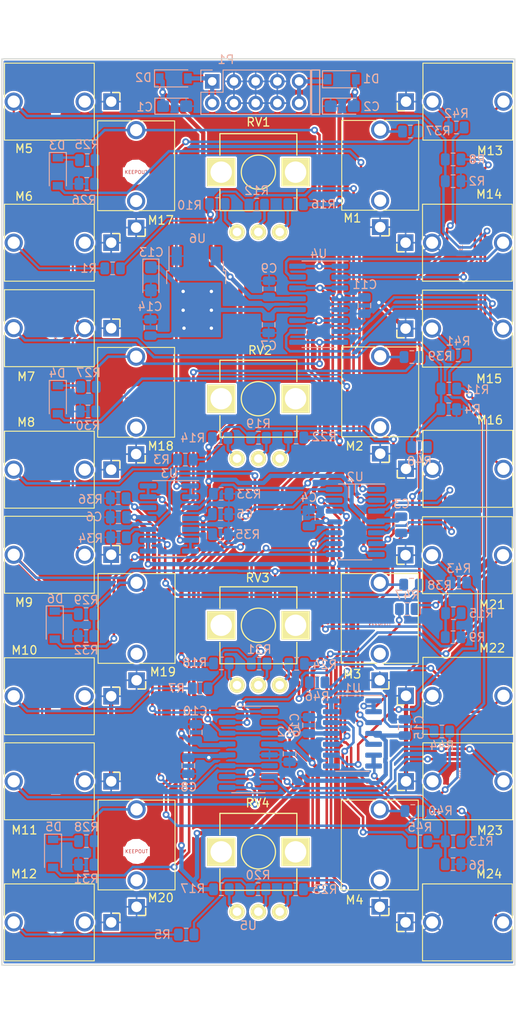
<source format=kicad_pcb>
(kicad_pcb (version 20211014) (generator pcbnew)
  (layers (0 "F.Cu" signal) (31 "B.Cu" signal) (34 "B.Paste" user) (35 "F.Paste" user) (36 "B.SilkS" user "B.Silkscreen") (37 "F.SilkS" user "F.Silkscreen") (38 "B.Mask" user) (39 "F.Mask" user) (44 "Edge.Cuts" user))
  (net 0 "")
  (net 1 "+12V")
  (net 2 "GND")
  (net 3 "-12V")
  (net 4 "+5V")
  (net 5 "Net-(D1-Pad1)")
  (net 6 "Net-(D2-Pad2)")
  (net 7 "Net-(D3-Pad1)")
  (net 8 "Net-(D3-Pad2)")
  (net 9 "Net-(D4-Pad1)")
  (net 10 "Net-(D4-Pad2)")
  (net 11 "Net-(D5-Pad1)")
  (net 12 "Net-(D5-Pad2)")
  (net 13 "Net-(D6-Pad1)")
  (net 14 "Net-(D6-Pad2)")
  (net 16 "COMP1_SWOUT")
  (net 18 "COMP2_SWOUT")
  (net 20 "COMP3_SWOUT")
  (net 22 "COMP4_SWOUT")
  (net 24 "COMP1_IN1")
  (net 26 "COMP1_IN2")
  (net 27 "Net-(R45-Pad2)")
  (net 28 "COMP2_IN1")
  (net 30 "COMP2_IN2")
  (net 31 "Net-(R46-Pad2)")
  (net 32 "COMP3_IN1")
  (net 34 "COMP3_IN2")
  (net 35 "Net-(R47-Pad2)")
  (net 36 "COMP4_IN1")
  (net 38 "COMP4_IN2")
  (net 39 "COMP1_SWIN1")
  (net 40 "COMP1_SWIN2")
  (net 41 "COMP2_SWIN1")
  (net 42 "COMP2_SWIN2")
  (net 44 "COMP1_OUT")
  (net 46 "COMP2_OUT")
  (net 48 "COMP3_OUT")
  (net 50 "COMP4_OUT")
  (net 51 "COMP3_SWIN1")
  (net 52 "COMP3_SWIN2")
  (net 53 "COMP4_SWIN1")
  (net 54 "COMP4_SWIN2")
  (net 55 "Net-(R1-Pad1)")
  (net 56 "Net-(R19-Pad2)")
  (net 57 "Net-(R20-Pad2)")
  (net 58 "Net-(R21-Pad2)")
  (net 59 "Net-(R8-Pad1)")
  (net 60 "Net-(R10-Pad2)")
  (net 61 "Net-(R11-Pad1)")
  (net 62 "Net-(R12-Pad1)")
  (net 63 "Net-(R13-Pad1)")
  (net 64 "Net-(R14-Pad2)")
  (net 65 "Net-(R15-Pad1)")
  (net 66 "Net-(R16-Pad2)")
  (net 67 "Net-(R17-Pad2)")
  (net 68 "Net-(R18-Pad2)")
  (net 69 "Net-(R19-Pad1)")
  (net 70 "Net-(R20-Pad1)")
  (net 71 "Net-(R21-Pad1)")
  (net 72 "Net-(R22-Pad2)")
  (net 73 "Net-(R23-Pad2)")
  (net 74 "Net-(R24-Pad2)")
  (net 75 "/C1SWOUT")
  (net 76 "/C3SWOUT")
  (net 77 "/C2SWOUT")
  (net 78 "/C4SWOUT")
  (net 79 "Net-(R37-Pad2)")
  (net 80 "Net-(R38-Pad2)")
  (net 81 "Net-(R39-Pad2)")
  (net 82 "Net-(R40-Pad2)")
  (net 83 "Net-(M13-Pad2)")
  (net 84 "Net-(M15-Pad2)")
  (net 85 "Net-(M21-Pad2)")
  (net 86 "Net-(M23-Pad2)")
  (net 87 "COMP2_BOUT")
  (net 88 "COMP1_BOUT")
  (net 89 "COMP3_BOUT")
  (net 90 "COMP4_BOUT")
  (net 91 "Net-(R48-Pad2)")
  (footprint "martin module:Jack_3.5mm_QingPu_WQP-PJ398SM_Vertical_CircularHolesKEEPOUT" (layer "F.Cu") (at 129.32 90.65 90)
    (fp_text reference "M15")
    (fp_text value "AUDIO-JACKERTHENVAR-PJ398")
  )
  (footprint "martin module:Jack_3.5mm_QingPu_WQP-PJ398SM_Vertical_CircularHolesKEEPOUT" (layer "F.Cu") (at 94.88 160.1 -90)
    (fp_text reference "M12")
    (fp_text value "AUDIO-JACKERTHENVAR-PJ398")
  )
  (footprint "martin module:Potentiometer_Alps-RK09" (layer "F.Cu") (at 112.1 125.35 90)
    (fp_text reference "RV3")
    (fp_text value "10K")
  )
  (footprint "martin module:Potentiometer_Alps-RK09" (layer "F.Cu") (at 112.1 151.85 90)
    (fp_text reference "RV4")
    (fp_text value "10K")
  )
  (footprint "martin module:Jack_3.5mm_QingPu_WQP-PJ398SM_Vertical_CircularHolesKEEPOUT" (layer "F.Cu") (at 97.85 131.78 180)
    (fp_text reference "M19")
    (fp_text value "AUDIO-JACKERTHENVAR-PJ398")
  )
  (footprint "martin module:Potentiometer_Alps-RK09" (layer "F.Cu") (at 112.1 72.35 90)
    (fp_text reference "RV1")
    (fp_text value "10K")
  )
  (footprint "martin module:Jack_3.5mm_QingPu_WQP-PJ398SM_Vertical_CircularHolesKEEPOUT" (layer "F.Cu") (at 126.35 105.28 180)
    (fp_text reference "M2")
    (fp_text value "AUDIO-JACKERTHENVAR-PJ398")
  )
  (footprint "martin module:Jack_3.5mm_QingPu_WQP-PJ398SM_Vertical_CircularHolesKEEPOUT" (layer "F.Cu") (at 129.32 160.1 90)
    (fp_text reference "M24")
    (fp_text value "AUDIO-JACKERTHENVAR-PJ398")
  )
  (footprint "martin module:Jack_3.5mm_QingPu_WQP-PJ398SM_Vertical_CircularHolesKEEPOUT" (layer "F.Cu") (at 129.37 107.05 90)
    (fp_text reference "M16")
    (fp_text value "AUDIO-JACKERTHENVAR-PJ398")
  )
  (footprint "martin module:Jack_3.5mm_QingPu_WQP-PJ398SM_Vertical_CircularHolesKEEPOUT" (layer "F.Cu") (at 97.8 78.83 180)
    (fp_text reference "M17")
    (fp_text value "AUDIO-JACKERTHENVAR-PJ398")
  )
  (footprint "martin module:Jack_3.5mm_QingPu_WQP-PJ398SM_Vertical_CircularHolesKEEPOUT" (layer "F.Cu") (at 129.32 80.6 90)
    (fp_text reference "M14")
    (fp_text value "AUDIO-JACKERTHENVAR-PJ398")
  )
  (footprint "martin module:Jack_3.5mm_QingPu_WQP-PJ398SM_Vertical_CircularHolesKEEPOUT" (layer "F.Cu") (at 94.88 133.65 -90)
    (fp_text reference "M10")
    (fp_text value "AUDIO-JACKERTHENVAR-PJ398")
  )
  (footprint "martin module:Jack_3.5mm_QingPu_WQP-PJ398SM_Vertical_CircularHolesKEEPOUT" (layer "F.Cu") (at 94.88 80.6 -90)
    (fp_text reference "M6")
    (fp_text value "AUDIO-JACKERTHENVAR-PJ398")
  )
  (footprint "martin module:Jack_3.5mm_QingPu_WQP-PJ398SM_Vertical_CircularHolesKEEPOUT" (layer "F.Cu") (at 94.88 107.15 -90)
    (fp_text reference "M8")
    (fp_text value "AUDIO-JACKERTHENVAR-PJ398")
  )
  (footprint "martin module:Jack_3.5mm_QingPu_WQP-PJ398SM_Vertical_CircularHolesKEEPOUT" (layer "F.Cu") (at 94.88 117.1 -90)
    (fp_text reference "M9")
    (fp_text value "AUDIO-JACKERTHENVAR-PJ398")
  )
  (footprint "martin module:Jack_3.5mm_QingPu_WQP-PJ398SM_Vertical_CircularHolesKEEPOUT" (layer "F.Cu") (at 129.37 143.6 90)
    (fp_text reference "M23")
    (fp_text value "AUDIO-JACKERTHENVAR-PJ398")
  )
  (footprint "martin module:Jack_3.5mm_QingPu_WQP-PJ398SM_Vertical_CircularHolesKEEPOUT" (layer "F.Cu") (at 129.37 133.6 90)
    (fp_text reference "M22")
    (fp_text value "AUDIO-JACKERTHENVAR-PJ398")
  )
  (footprint "martin module:Jack_3.5mm_QingPu_WQP-PJ398SM_Vertical_CircularHolesKEEPOUT" (layer "F.Cu") (at 129.32 117.15 90)
    (fp_text reference "M21")
    (fp_text value "AUDIO-JACKERTHENVAR-PJ398")
  )
  (footprint "martin module:Jack_3.5mm_QingPu_WQP-PJ398SM_Vertical_CircularHolesKEEPOUT" (layer "F.Cu") (at 126.3 131.78 180)
    (fp_text reference "M3")
    (fp_text value "AUDIO-JACKERTHENVAR-PJ398")
  )
  (footprint "martin module:Jack_3.5mm_QingPu_WQP-PJ398SM_Vertical_CircularHolesKEEPOUT" (layer "F.Cu") (at 129.37 64.1 90)
    (fp_text reference "M13")
    (fp_text value "AUDIO-JACKERTHENVAR-PJ398")
  )
  (footprint "martin module:Jack_3.5mm_QingPu_WQP-PJ398SM_Vertical_CircularHolesKEEPOUT" (layer "F.Cu") (at 94.88 64.1 -90)
    (fp_text reference "M5")
    (fp_text value "AUDIO-JACKERTHENVAR-PJ398")
  )
  (footprint "martin module:Jack_3.5mm_QingPu_WQP-PJ398SM_Vertical_CircularHolesKEEPOUT" (layer "F.Cu") (at 126.35 78.78 180)
    (fp_text reference "M1")
    (fp_text value "AUDIO-JACKERTHENVAR-PJ398")
  )
  (footprint "martin module:Jack_3.5mm_QingPu_WQP-PJ398SM_Vertical_CircularHolesKEEPOUT" (layer "F.Cu") (at 97.8 105.33 180)
    (fp_text reference "M18")
    (fp_text value "AUDIO-JACKERTHENVAR-PJ398")
  )
  (footprint "martin module:Jack_3.5mm_QingPu_WQP-PJ398SM_Vertical_CircularHolesKEEPOUT" (layer "F.Cu") (at 97.85 158.28 180)
    (fp_text reference "M20")
    (fp_text value "AUDIO-JACKERTHENVAR-PJ398")
  )
  (footprint "martin module:Jack_3.5mm_QingPu_WQP-PJ398SM_Vertical_CircularHolesKEEPOUT" (layer "F.Cu") (at 126.3 158.28 180)
    (fp_text reference "M4")
    (fp_text value "AUDIO-JACKERTHENVAR-PJ398")
  )
  (footprint "martin module:Jack_3.5mm_QingPu_WQP-PJ398SM_Vertical_CircularHolesKEEPOUT" (layer "F.Cu") (at 94.88 90.6 -90)
    (fp_text reference "M7")
    (fp_text value "AUDIO-JACKERTHENVAR-PJ398")
  )
  (footprint "martin module:Potentiometer_Alps-RK09" (layer "F.Cu") (at 112.1 98.85 90)
    (fp_text reference "RV2")
    (fp_text value "10K")
  )
  (footprint "martin module:Jack_3.5mm_QingPu_WQP-PJ398SM_Vertical_CircularHolesKEEPOUT" (layer "F.Cu") (at 94.88 143.6 -90)
    (fp_text reference "M11")
    (fp_text value "AUDIO-JACKERTHENVAR-PJ398")
  )
  (footprint "Resistor_SMD:R_0805_2012Metric" (layer "B.Cu") (at 95.0475 83.6 180)
    (fp_text reference "R1")
    (fp_text value "10K")
  )
  (footprint "Resistor_SMD:R_0805_2012Metric" (layer "B.Cu") (at 92.08 70.94 180)
    (fp_text reference "R25")
    (fp_text value "1K")
  )
  (footprint "Capacitor_SMD:C_0805_2012Metric" (layer "B.Cu") (at 128.8 113.6 -90)
    (fp_text reference "C3")
    (fp_text value "100N")
  )
  (footprint "Resistor_SMD:R_0805_2012Metric" (layer "B.Cu") (at 103.5575 105.97 180)
    (fp_text reference "R3")
    (fp_text value "10K")
  )
  (footprint "Package_SO:SOIC-14_3.9x8.7mm_P1.27mm" (layer "B.Cu") (at 123.425 113.262 180)
    (fp_text reference "U2")
    (fp_text value "TL074")
  )
  (footprint "Resistor_SMD:R_0805_2012Metric" (layer "B.Cu") (at 134.914 123.934 180)
    (fp_text reference "R15")
    (fp_text value "10K")
  )
  (footprint "Resistor_SMD:R_0805_2012Metric" (layer "B.Cu") (at 92.02 73.72)
    (fp_text reference "R26")
    (fp_text value "1K")
  )
  (footprint "Resistor_SMD:R_0805_2012Metric" (layer "B.Cu") (at 134.89 150.622 180)
    (fp_text reference "R13")
    (fp_text value "10K")
  )
  (footprint "Resistor_SMD:R_0805_2012Metric" (layer "B.Cu") (at 91.95 124.04 180)
    (fp_text reference "R29")
    (fp_text value "1K")
  )
  (footprint "Package_TO_SOT_SMD:TO-252-2" (layer "B.Cu") (at 104.825 86.36 -90)
    (fp_text reference "U6")
    (fp_text value "LM1117-5.0")
  )
  (footprint "Resistor_SMD:R_0805_2012Metric" (layer "B.Cu") (at 134.874 153.294 180)
    (fp_text reference "R6")
    (fp_text value "100K")
  )
  (footprint "Package_SO:SOIC-14_3.9x8.7mm_P1.27mm" (layer "B.Cu") (at 101.675 112.862 180)
    (fp_text reference "U3")
    (fp_text value "TL074")
  )
  (footprint "Capacitor_SMD:C_0805_2012Metric" (layer "B.Cu") (at 113.3 90.2 90)
    (fp_text reference "C7")
    (fp_text value "100NF")
  )
  (footprint "Resistor_SMD:R_0805_2012Metric" (layer "B.Cu") (at 135.4625 93.775 180)
    (fp_text reference "R41")
    (fp_text value "10K")
  )
  (footprint "Resistor_SMD:R_0805_2012Metric" (layer "B.Cu") (at 112.19 129.83 180)
    (fp_text reference "R21")
    (fp_text value "10K")
  )
  (footprint "Diode_SMD:D_SOD-123" (layer "B.Cu") (at 102.2 61.383)
    (fp_text reference "D2")
    (fp_text value "1N5158")
  )
  (footprint "Resistor_SMD:R_0805_2012Metric" (layer "B.Cu") (at 107.63 103.45)
    (fp_text reference "R14")
    (fp_text value "10k")
  )
  (footprint "Capacitor_SMD:C_0805_2012Metric" (layer "B.Cu") (at 107.675 112.35)
    (fp_text reference "C5")
    (fp_text value "100N")
  )
  (footprint "Resistor_SMD:R_0805_2012Metric" (layer "B.Cu") (at 130.1625 147.075)
    (fp_text reference "R40")
    (fp_text value "1K")
  )
  (footprint "Diode_SMD:D_SOD-123" (layer "B.Cu") (at 88.64 72.3 -90)
    (fp_text reference "D3")
    (fp_text value "1N4148")
  )
  (footprint "Resistor_SMD:R_0805_2012Metric" (layer "B.Cu") (at 135.55 120.35 180)
    (fp_text reference "R43")
    (fp_text value "10K")
  )
  (footprint "Capacitor_SMD:C_0805_2012Metric" (layer "B.Cu") (at 118.025 137.05 -90)
    (fp_text reference "C16")
    (fp_text value "100N")
  )
  (footprint "Diode_SMD:D_SOD-123" (layer "B.Cu") (at 121.85 61.483)
    (fp_text reference "D1")
    (fp_text value "1N5158")
  )
  (footprint "Resistor_SMD:R_0805_2012Metric" (layer "B.Cu") (at 116.4625 156.23 180)
    (fp_text reference "R23")
    (fp_text value "10k")
  )
  (footprint "Capacitor_Tantalum_SMD:CP_EIA-3216-18_Kemet-A" (layer "B.Cu") (at 99.525 84.825 -90)
    (fp_text reference "C13")
    (fp_text value "10u")
  )
  (footprint "Resistor_SMD:R_0805_2012Metric" (layer "B.Cu") (at 105.3 132.725 180)
    (fp_text reference "R7")
    (fp_text value "10K")
  )
  (footprint "Capacitor_SMD:C_0805_2012Metric" (layer "B.Cu") (at 95.725 112.712)
    (fp_text reference "C6")
    (fp_text value "100N")
  )
  (footprint "Resistor_SMD:R_0805_2012Metric" (layer "B.Cu") (at 116.51 103.39 180)
    (fp_text reference "R22")
    (fp_text value "10k")
  )
  (footprint "Resistor_SMD:R_0805_2012Metric" (layer "B.Cu") (at 95.7 110.49)
    (fp_text reference "R36")
    (fp_text value "100K")
  )
  (footprint "Resistor_SMD:R_0805_2012Metric" (layer "B.Cu") (at 130.0125 120.6)
    (fp_text reference "R38")
    (fp_text value "1K")
  )
  (footprint "Capacitor_Tantalum_SMD:CP_EIA-3216-18_Kemet-A" (layer "B.Cu") (at 121.9 64.633)
    (fp_text reference "C2")
    (fp_text value "10u")
  )
  (footprint "Package_SO:SOIC-16_3.9x9.9mm_P1.27mm" (layer "B.Cu") (at 119.15 87.8 180)
    (fp_text reference "U4")
    (fp_text value "ADG413BNZ")
  )
  (footprint "Resistor_SMD:R_0805_2012Metric" (layer "B.Cu") (at 107.77 129.81)
    (fp_text reference "R18")
    (fp_text value "10k")
  )
  (footprint "Resistor_SMD:R_0805_2012Metric" (layer "B.Cu") (at 129.5125 123.45 180)
    (fp_text reference "R47")
    (fp_text value "1K")
  )
  (footprint "Resistor_SMD:R_0805_2012Metric" (layer "B.Cu") (at 95.7375 115.062)
    (fp_text reference "R34")
    (fp_text value "100K")
  )
  (footprint "Connector_PinHeader_2.54mm:PinHeader_2x05_P2.54mm_Vertical" (layer "B.Cu") (at 106.7 61.733 -90)
    (fp_text reference "P1")
    (fp_text value "CONN_02X05")
  )
  (footprint "Resistor_SMD:R_0805_2012Metric" (layer "B.Cu") (at 107.77 156.22)
    (fp_text reference "R17")
    (fp_text value "10k")
  )
  (footprint "Capacitor_SMD:C_0805_2012Metric" (layer "B.Cu") (at 99.475 90.525 90)
    (fp_text reference "C14")
    (fp_text value "100N")
  )
  (footprint "Resistor_SMD:R_0805_2012Metric" (layer "B.Cu") (at 112.11 103.42 180)
    (fp_text reference "R19")
    (fp_text value "10K")
  )
  (footprint "Package_SO:SOIC-14_3.9x8.7mm_P1.27mm" (layer "B.Cu") (at 123.1 138 180)
    (fp_text reference "U1")
    (fp_text value "TL074")
  )
  (footprint "Capacitor_SMD:C_0805_2012Metric" (layer "B.Cu") (at 124.5 87.95 90)
    (fp_text reference "C11")
    (fp_text value "100NF")
  )
  (footprint "Package_SO:SOIC-16_3.9x9.9mm_P1.27mm" (layer "B.Cu") (at 110.925 139.875 180)
    (fp_text reference "U5")
    (fp_text value "ADG413BNZ")
  )
  (footprint "Resistor_SMD:R_0805_2012Metric" (layer "B.Cu") (at 134.874 126.746 180)
    (fp_text reference "R9")
    (fp_text value "100K")
  )
  (footprint "Resistor_SMD:R_0805_2012Metric" (layer "B.Cu") (at 112.0625 156.22 180)
    (fp_text reference "R20")
    (fp_text value "10K")
  )
  (footprint "Diode_SMD:D_SOD-123" (layer "B.Cu") (at 88.28 125.33 -90)
    (fp_text reference "D6")
    (fp_text value "1N4148")
  )
  (footprint "Resistor_SMD:R_0805_2012Metric" (layer "B.Cu") (at 134.874 73.406 180)
    (fp_text reference "R2")
    (fp_text value "100K")
  )
  (footprint "Resistor_SMD:R_0805_2012Metric" (layer "B.Cu") (at 130.95 104.5)
    (fp_text reference "R48")
    (fp_text value "1K")
  )
  (footprint "Resistor_SMD:R_0805_2012Metric" (layer "B.Cu") (at 130.05 93.975)
    (fp_text reference "R39")
    (fp_text value "1K")
  )
  (footprint "Capacitor_SMD:C_0805_2012Metric" (layer "B.Cu") (at 113.35 86 -90)
    (fp_text reference "C9")
    (fp_text value "100NF")
  )
  (footprint "Resistor_SMD:R_0805_2012Metric" (layer "B.Cu") (at 134.874 70.856 180)
    (fp_text reference "R8")
    (fp_text value "10K")
  )
  (footprint "Resistor_SMD:R_0805_2012Metric" (layer "B.Cu") (at 107.3 76.07)
    (fp_text reference "R10")
    (fp_text value "10k")
  )
  (footprint "Resistor_SMD:R_0805_2012Metric" (layer "B.Cu") (at 133.5625 137.775)
    (fp_text reference "R44")
    (fp_text value "10K")
  )
  (footprint "Resistor_SMD:R_0805_2012Metric" (layer "B.Cu") (at 129.875 67.6)
    (fp_text reference "R37")
    (fp_text value "1K")
  )
  (footprint "Resistor_SMD:R_0805_2012Metric" (layer "B.Cu") (at 91.98 150.6 180)
    (fp_text reference "R28")
    (fp_text value "1K")
  )
  (footprint "Capacitor_SMD:C_0805_2012Metric" (layer "B.Cu") (at 118 112.8 -90)
    (fp_text reference "C4")
    (fp_text value "100N")
  )
  (footprint "Resistor_SMD:R_0805_2012Metric" (layer "B.Cu") (at 92.17 100.34)
    (fp_text reference "R30")
    (fp_text value "1K")
  )
  (footprint "Capacitor_Tantalum_SMD:CP_EIA-3216-18_Kemet-A" (layer "B.Cu") (at 102.3 64.633)
    (fp_text reference "C1")
    (fp_text value "10u")
  )
  (footprint "Resistor_SMD:R_0805_2012Metric" (layer "B.Cu") (at 111.9 76.15 180)
    (fp_text reference "R12")
    (fp_text value "10K")
  )
  (footprint "Capacitor_SMD:C_0805_2012Metric" (layer "B.Cu") (at 115.75 140.375 90)
    (fp_text reference "C12")
    (fp_text value "100NF")
  )
  (footprint "Resistor_SMD:R_0805_2012Metric" (layer "B.Cu") (at 91.96 153.35)
    (fp_text reference "R31")
    (fp_text value "1K")
  )
  (footprint "Resistor_SMD:R_0805_2012Metric" (layer "B.Cu") (at 118.975 132.025)
    (fp_text reference "R46")
    (fp_text value "1K")
  )
  (footprint "Capacitor_SMD:C_0805_2012Metric" (layer "B.Cu") (at 103.9 141.775 90)
    (fp_text reference "C8")
    (fp_text value "100NF")
  )
  (footprint "Resistor_SMD:R_0805_2012Metric" (layer "B.Cu") (at 107.75 109.975 180)
    (fp_text reference "R33")
    (fp_text value "100K")
  )
  (footprint "Resistor_SMD:R_0805_2012Metric" (layer "B.Cu") (at 116.46 76.1 180)
    (fp_text reference "R16")
    (fp_text value "10k")
  )
  (footprint "Capacitor_SMD:C_0805_2012Metric" (layer "B.Cu") (at 104.775 137.875 -90)
    (fp_text reference "C10")
    (fp_text value "100NF")
  )
  (footprint "Diode_SMD:D_SOD-123" (layer "B.Cu") (at 88.64 98.96 -90)
    (fp_text reference "D4")
    (fp_text value "1N4148")
  )
  (footprint "Diode_SMD:D_SOD-123" (layer "B.Cu") (at 88.08 152.03 -90)
    (fp_text reference "D5")
    (fp_text value "1N4148")
  )
  (footprint "Resistor_SMD:R_0805_2012Metric" (layer "B.Cu") (at 135.2625 67.125 180)
    (fp_text reference "R42")
    (fp_text value "10K")
  )
  (footprint "Resistor_SMD:R_0805_2012Metric" (layer "B.Cu") (at 103.6575 161.52 180)
    (fp_text reference "R5")
    (fp_text value "10K")
  )
  (footprint "Resistor_SMD:R_0805_2012Metric" (layer "B.Cu") (at 107.6625 114.7 180)
    (fp_text reference "R35")
    (fp_text value "100K")
  )
  (footprint "Resistor_SMD:R_0805_2012Metric" (layer "B.Cu") (at 134.387428 97.666 180)
    (fp_text reference "R11")
    (fp_text value "10K")
  )
  (footprint "Resistor_SMD:R_0805_2012Metric" (layer "B.Cu") (at 134.366 100.076 180)
    (fp_text reference "R4")
    (fp_text value "100K")
  )
  (footprint "Capacitor_SMD:C_0805_2012Metric" (layer "B.Cu") (at 129.225 137.3 90)
    (fp_text reference "C15")
    (fp_text value "100N")
  )
  (footprint "Resistor_SMD:R_0805_2012Metric" (layer "B.Cu") (at 91.94 126.6)
    (fp_text reference "R32")
    (fp_text value "1K")
  )
  (footprint "Resistor_SMD:R_0805_2012Metric" (layer "B.Cu") (at 116.57 129.86 180)
    (fp_text reference "R24")
    (fp_text value "10k")
  )
  (footprint "Resistor_SMD:R_0805_2012Metric" (layer "B.Cu") (at 131 150.625 180)
    (fp_text reference "R45")
    (fp_text value "1K")
  )
  (footprint "Resistor_SMD:R_0805_2012Metric" (layer "B.Cu") (at 92.23 97.46 180)
    (fp_text reference "R27")
    (fp_text value "1K")
  )
  (gr_rect (start 119.275 60.4) (end 118.325 65.625) (layer "B.SilkS") (width 0.15) (fill none))
  (gr_line (start 82.1 165.1) (end 142.1 165.1) (layer "Edge.Cuts") (width 0.12))
  (gr_line (start 82.1 59.1) (end 82.1 165.1) (layer "Edge.Cuts") (width 0.12))
  (gr_line (start 142.1 59.1) (end 82.1 59.1) (layer "Edge.Cuts") (width 0.12))
  (gr_line (start 142.1 165.1) (end 142.1 59.1) (layer "Edge.Cuts") (width 0.12))
  (segment (start 103.099998 137.999998) (end 103.1 138) (width 0.5) (layer "F.Cu") (net 1))
  (segment (start 106.300002 112.199998) (end 105.638 112.862) (width 0.5) (layer "F.Cu") (net 1))
  (segment (start 105.638 115.962) (end 103.1 118.5) (width 0.5) (layer "F.Cu") (net 1))
  (segment (start 105.638 112.862) (end 105.638 115.962) (width 0.5) (layer "F.Cu") (net 1))
  (segment (start 108.8 84.6) (end 110 85.8) (width 0.5) (layer "F.Cu") (net 1))
  (segment (start 103.1 138) (end 103.1 151.1) (width 0.5) (layer "F.Cu") (net 1))
  (segment (start 117 143.875) (end 111.203159 149.671841) (width 0.5) (layer "F.Cu") (net 1))
  (segment (start 111.203159 149.671841) (end 104.921841 149.671841) (width 0.5) (layer "F.Cu") (net 1))
  (segment (start 100.9 63) (end 105.65 67.75) (width 0.5) (layer "F.Cu") (net 1))
  (segment (start 103.1 118.5) (end 103.1 129.1) (width 0.5) (layer "F.Cu") (net 1))
  (segment (start 106.5 82.3) (end 108.8 84.6) (width 0.5) (layer "F.Cu") (net 1))
  (segment (start 106.300002 108.499998) (end 106.300002 112.199998) (width 0.5) (layer "F.Cu") (net 1))
  (segment (start 117 142.675) (end 117 143.875) (width 0.5) (layer "F.Cu") (net 1))
  (segment (start 105.65 76.45) (end 106.5 77.3) (width 0.5) (layer "F.Cu") (net 1))
  (segment (start 105.65 67.75) (end 105.65 76.45) (width 0.5) (layer "F.Cu") (net 1))
  (segment (start 106.5 77.3) (end 106.5 82.3) (width 0.5) (layer "F.Cu") (net 1))
  (segment (start 103.099998 129.099999) (end 103.099998 137.999998) (width 0.5) (layer "F.Cu") (net 1))
  (segment (start 110 85.8) (end 110 100.8) (width 0.5) (layer "F.Cu") (net 1))
  (segment (start 106.300002 104.5) (end 106.300002 108.499998) (width 0.5) (layer "F.Cu") (net 1))
  (segment (start 110 100.8) (end 106.300002 104.5) (width 0.5) (layer "F.Cu") (net 1))
  (via (at 106.300002 108.499998) (size 0.8) (drill 0.4) (layers "F.Cu" "B.Cu") (net 1))
  (via (at 103.1 151.1) (size 0.8) (drill 0.4) (layers "F.Cu" "B.Cu") (net 1))
  (via (at 104.921841 149.671841) (size 0.8) (drill 0.4) (layers "F.Cu" "B.Cu") (net 1))
  (via (at 103.1 138) (size 0.8) (drill 0.4) (layers "F.Cu" "B.Cu") (net 1))
  (via (at 117 142.675) (size 0.8) (drill 0.4) (layers "F.Cu" "B.Cu") (net 1))
  (via (at 103.099998 129.099999) (size 0.8) (drill 0.4) (layers "F.Cu" "B.Cu") (net 1))
  (via (at 100.9 63) (size 0.8) (drill 0.4) (layers "F.Cu" "B.Cu") (net 1))
  (via (at 106.5 77.3) (size 0.8) (drill 0.4) (layers "F.Cu" "B.Cu") (net 1))
  (via (at 106.300002 104.5) (size 0.8) (drill 0.4) (layers "F.Cu" "B.Cu") (net 1))
  (via (at 108.8 84.6) (size 0.8) (drill 0.4) (layers "F.Cu" "B.Cu") (net 1))
  (via (at 105.638 112.862) (size 0.8) (drill 0.4) (layers "F.Cu" "B.Cu") (net 1))
  (segment (start 108.325 139.365) (end 108.45 139.24) (width 0.5) (layer "B.Cu") (net 1))
  (segment (start 116.675 87.165) (end 115.035 87.165) (width 0.5) (layer "B.Cu") (net 1))
  (segment (start 125.022918 143.525) (end 125.30973 143.811812) (width 0.5) (layer "B.Cu") (net 1))
  (segment (start 109.79635 108.7) (end 109.421849 108.325499) (width 0.5) (layer "B.Cu") (net 1))
  (segment (start 104.921841 154.803159) (end 104.4625 155.2625) (width 0.5) (layer "B.Cu") (net 1))
  (segment (start 117.85 143.525) (end 125.022918 143.525) (width 0.5) (layer "B.Cu") (net 1))
  (segment (start 125.30973 143.811812) (end 126.013188 143.811812) (width 0.5) (layer "B.Cu") (net 1))
  (segment (start 115.035 87.165) (end 113.565 87.165) (width 0.5) (layer "B.Cu") (net 1))
  (segment (start 128.349501 113.100499) (end 128.8 112.65) (width 0.5) (layer "B.Cu") (net 1))
  (segment (start 105.638 112.862) (end 106.213 112.862) (width 0.5) (layer "B.Cu") (net 1))
  (segment (start 106.7675 129.9) (end 103.899999 129.9) (width 0.5) (layer "B.Cu") (net 1))
  (segment (start 127 141.411472) (end 126.95 141.361472) (width 0.5) (layer "B.Cu") (net 1))
  (segment (start 111.15 86.95) (end 107.105 82.905) (width 0.5) (layer "B.Cu") (net 1))
  (segment (start 127 140.938528) (end 127 138.871472) (width 0.5) (layer "B.Cu") (net 1))
  (segment (start 124.862 113.262) (end 123 111.4) (width 0.5) (layer "B.Cu") (net 1))
  (segment (start 125.9 113.262) (end 124.862 113.262) (width 0.5) (layer "B.Cu") (net 1))
  (segment (start 109.421849 108.325499) (end 106.474501 108.325499) (width 0.5) (layer "B.Cu") (net 1))
  (segment (start 127 142.825) (end 127 141.411472) (width 0.5) (layer "B.Cu") (net 1))
  (segment (start 104.775 138.825) (end 105.315 139.365) (width 0.5) (layer "B.Cu") (net 1))
  (segment (start 121.876194 107.876194) (end 113.523806 107.876194) (width 0.5) (layer "B.Cu") (net 1))
  (segment (start 100.55 61.383) (end 100.9 61.733) (width 0.5) (layer "B.Cu") (net 1))
  (segment (start 106.7175 103.45) (end 106.7175 104.082502) (width 0.5) (layer "B.Cu") (net 1))
  (segment (start 123 109) (end 121.876194 107.876194) (width 0.5) (layer "B.Cu") (net 1))
  (segment (start 100.9 64.583) (end 100.95 64.633) (width 0.5) (layer "B.Cu") (net 1))
  (segment (start 126.061501 113.100499) (end 128.349501 113.100499) (width 0.5) (layer "B.Cu") (net 1))
  (segment (start 126.95 141.361472) (end 126.95 140.988528) (width 0.5) (layer "B.Cu") (net 1))
  (segment (start 127 138.871472) (end 126.128528 138) (width 0.5) (layer "B.Cu") (net 1))
  (segment (start 103.899999 129.9) (end 103.099998 129.099999) (width 0.5) (layer "B.Cu") (net 1))
  (segment (start 106.474501 108.325499) (end 106.300002 108.499998) (width 0.5) (layer "B.Cu") (net 1))
  (segment (start 123 111.4) (end 123 109) (width 0.5) (layer "B.Cu") (net 1))
  (segment (start 113.35 86.95) (end 111.15 86.95) (width 0.5) (layer "B.Cu") (net 1))
  (segment (start 112.7 108.7) (end 109.79635 108.7) (width 0.5) (layer "B.Cu") (net 1))
  (segment (start 125.9 113.262) (end 126.061501 113.100499) (width 0.5) (layer "B.Cu") (net 1))
  (segment (start 106.3875 77.1875) (end 106.5 77.3) (width 0.5) (layer "B.Cu") (net 1))
  (segment (start 104.4625 155.2625) (end 105.42 156.22) (width 0.5) (layer "B.Cu") (net 1))
  (segment (start 117 142.675) (end 117.85 143.525) (width 0.5) (layer "B.Cu") (net 1))
  (segment (start 113.565 87.165) (end 113.35 86.95) (width 0.5) (layer "B.Cu") (net 1))
  (segment (start 113.523806 107.876194) (end 112.7 108.7) (width 0.5) (layer "B.Cu") (net 1))
  (segment (start 106.7175 104.082502) (end 106.300002 104.5) (width 0.5) (layer "B.Cu") (net 1))
  (segment (start 100.9 63) (end 100.9 64.583) (width 0.5) (layer "B.Cu") (net 1))
  (segment (start 126.128528 138) (end 125.575 138) (width 0.5) (layer "B.Cu") (net 1))
  (segment (start 104.775 138.825) (end 103.925 138.825) (width 0.5) (layer "B.Cu") (net 1))
  (segment (start 106.213 112.862) (end 106.725 112.35) (width 0.5) (layer "B.Cu") (net 1))
  (segment (start 106.3875 76.07) (end 106.3875 77.1875) (width 0.5) (layer "B.Cu") (net 1))
  (segment (start 125.825 138.25) (end 125.575 138) (width 0.5) (layer "B.Cu") (net 1))
  (segment (start 103.1 153.9) (end 104.4625 155.2625) (width 0.5) (layer "B.Cu") (net 1))
  (segment (start 106.8575 129.81) (end 106.7675 129.9) (width 0.5) (layer "B.Cu") (net 1))
  (segment (start 100.9 61.733) (end 100.9 63) (width 0.5) (layer "B.Cu") (net 1))
  (segment (start 104.15 112.862) (end 105.638 112.862) (width 0.5) (layer "B.Cu") (net 1))
  (segment (start 126.013188 143.811812) (end 127 142.825) (width 0.5) (layer "B.Cu") (net 1))
  (segment (start 103.925 138.825) (end 103.1 138) (width 0.5) (layer "B.Cu") (net 1))
  (segment (start 107.105 82.905) (end 107.105 82.16) (width 0.5) (layer "B.Cu") (net 1))
  (segment (start 104.921841 149.671841) (end 104.921841 154.803159) (width 0.5) (layer "B.Cu") (net 1))
  (segment (start 105.42 156.22) (end 106.8575 156.22) (width 0.5) (layer "B.Cu") (net 1))
  (segment (start 126.95 140.988528) (end 127 140.938528) (width 0.5) (layer "B.Cu") (net 1))
  (segment (start 129.225 138.25) (end 125.825 138.25) (width 0.5) (layer "B.Cu") (net 1))
  (segment (start 105.315 139.365) (end 108.325 139.365) (width 0.5) (layer "B.Cu") (net 1))
  (segment (start 103.1 151.1) (end 103.1 153.9) (width 0.5) (layer "B.Cu") (net 1))
  (segment (start 129.37 143.6) (end 129.37 133.6) (width 0.5) (layer "F.Cu") (net 2))
  (segment (start 129.25 90.65) (end 126.2 87.6) (width 0.5) (layer "F.Cu") (net 2))
  (segment (start 129.32 90.65) (end 129.25 90.65) (width 0.5) (layer "F.Cu") (net 2))
  (segment (start 94.88 133.65) (end 94.88 143.6) (width 0.5) (layer "F.Cu") (net 2))
  (via (at 126.2 87.6) (size 0.8) (drill 0.4) (layers "F.Cu" "B.Cu") (net 2))
  (segment (start 124.9 88.9) (end 126.2 87.6) (width 0.5) (layer "B.Cu") (net 2))
  (segment (start 118 111.85) (end 115.15 114.7) (width 0.5) (layer "B.Cu") (net 2))
  (segment (start 115.15 114.7) (end 108.575 114.7) (width 0.5) (layer "B.Cu") (net 2))
  (segment (start 124.5 88.9) (end 124.9 88.9) (width 0.5) (layer "B.Cu") (net 2))
  (segment (start 118.4 141.45) (end 118.45 141.4) (width 0.5) (layer "F.Cu") (net 3))
  (segment (start 97.588 112.712) (end 99.2 114.324) (width 0.5) (layer "F.Cu") (net 3))
  (segment (start 119.05 155.65) (end 119.4 156) (width 0.5) (layer "F.Cu") (net 3))
  (segment (start 119.05 142.1) (end 119.05 155.65) (width 0.5) (layer "F.Cu") (net 3))
  (segment (start 120.8 113.9) (end 120 113.1) (width 0.5) (layer "F.Cu") (net 3))
  (segment (start 121.6 106.3) (end 121.6 103.8) (width 0.5) (layer "F.Cu") (net 3))
  (segment (start 121.6 75.7) (end 121.6 64.8) (width 0.5) (layer "F.Cu") (net 3))
  (segment (start 121.6 86.9) (end 121.6 75.7) (width 0.5) (layer "F.Cu") (net 3))
  (segment (start 118.6 111.7) (end 118.6 109.3) (width 0.5) (layer "F.Cu") (net 3))
  (segment (start 121.6 64.8) (end 123.4 63) (width 0.5) (layer "F.Cu") (net 3))
  (segment (start 120.8 118.1) (end 120.8 113.9) (width 0.5) (layer "F.Cu") (net 3))
  (segment (start 121.6 103.8) (end 121.6 86.9) (width 0.5) (layer "F.Cu") (net 3))
  (segment (start 118.6 109.3) (end 121.6 106.3) (width 0.5) (layer "F.Cu") (net 3))
  (segment (start 118.4 141.45) (end 119.05 142.1) (width 0.5) (layer "F.Cu") (net 3))
  (segment (start 120 113.1) (end 118.6 111.7) (width 0.5) (layer "F.Cu") (net 3))
  (segment (start 119.4 129.7) (end 119.4 128.3) (width 0.5) (layer "F.Cu") (net 3))
  (segment (start 118.45 130.65) (end 119.4 129.7) (width 0.5) (layer "F.Cu") (net 3))
  (segment (start 120.8 126.9) (end 120.8 118.1) (width 0.5) (layer "F.Cu") (net 3))
  (segment (start 99.2 114.324) (end 99.2 118.2) (width 0.5) (layer "F.Cu") (net 3))
  (segment (start 118.45 141.4) (end 118.45 130.65) (width 0.5) (layer "F.Cu") (net 3))
  (segment (start 119.4 128.3) (end 120.8 126.9) (width 0.5) (layer "F.Cu") (net 3))
  (via (at 121.6 103.8) (size 0.8) (drill 0.4) (layers "F.Cu" "B.Cu") (net 3))
  (via (at 119.4 129.7) (size 0.8) (drill 0.4) (layers "F.Cu" "B.Cu") (net 3))
  (via (at 121.6 75.7) (size 0.8) (drill 0.4) (layers "F.Cu" "B.Cu") (net 3))
  (via (at 120 113.1) (size 0.8) (drill 0.4) (layers "F.Cu" "B.Cu") (net 3))
  (via (at 119.4 156) (size 0.8) (drill 0.4) (layers "F.Cu" "B.Cu") (net 3))
  (via (at 118.4 141.45) (size 0.8) (drill 0.4) (layers "F.Cu" "B.Cu") (net 3))
  (via (at 121.6 86.9) (size 0.8) (drill 0.4) (layers "F.Cu" "B.Cu") (net 3))
  (via (at 99.2 118.2) (size 0.8) (drill 0.4) (layers "F.Cu" "B.Cu") (net 3))
  (via (at 120.8 118.1) (size 0.8) (drill 0.4) (layers "F.Cu" "B.Cu") (net 3))
  (via (at 123.4 63) (size 0.8) (drill 0.4) (layers "F.Cu" "B.Cu") (net 3))
  (via (at 97.588 112.712) (size 0.8) (drill 0.4) (layers "F.Cu" "B.Cu") (net 3))
  (segment (start 117.375 156.23) (end 119.17 156.23) (width 0.5) (layer "B.Cu") (net 3))
  (segment (start 123.4 61.583) (end 123.5 61.483) (width 0.5) (layer "B.Cu") (net 3))
  (segment (start 117.4225 103.39) (end 121.19 103.39) (width 0.5) (layer "B.Cu") (net 3))
  (segment (start 119.17 156.23) (end 119.4 156) (width 0.5) (layer "B.Cu") (net 3))
  (segment (start 123.25 64.633) (end 123.4 64.483) (width 0.5) (layer "B.Cu") (net 3))
  (segment (start 124.335 87.165) (end 124.5 87) (width 0.5) (layer "B.Cu") (net 3))
  (segment (start 115.875 139.3) (end 115.75 139.425) (width 0.5) (layer "B.Cu") (net 3))
  (segment (start 115.675 139.35) (end 113.51 139.35) (width 0.5) (layer "B.Cu") (net 3))
  (segment (start 120.625 138) (end 117.175 138) (width 0.5) (layer "B.Cu") (net 3))
  (segment (start 113.51 139.35) (end 113.4 139.24) (width 0.5) (layer "B.Cu") (net 3))
  (segment (start 97.588 112.712) (end 99.05 112.712) (width 0.5) (layer "B.Cu") (net 3))
  (segment (start 121.19 103.39) (end 121.6 103.8) (width 0.5) (layer "B.Cu") (net 3))
  (segment (start 118.4 141.45) (end 116.25 139.3) (width 0.5) (layer "B.Cu") (net 3))
  (segment (start 120.95 113.262) (end 118.488 113.262) (width 0.5) (layer "B.Cu") (net 3))
  (segment (start 99.2 118.2) (end 120.7 118.2) (width 0.5) (layer "B.Cu") (net 3))
  (segment (start 96.675 112.712) (end 97.588 112.712) (width 0.5) (layer "B.Cu") (net 3))
  (segment (start 117.4825 129.86) (end 119.24 129.86) (width 0.5) (layer "B.Cu") (net 3))
  (segment (start 99.05 112.712) (end 99.2 112.862) (width 0.5) (layer "B.Cu") (net 3))
  (segment (start 121.2 76.1) (end 121.6 75.7) (width 0.5) (layer "B.Cu") (net 3))
  (segment (start 121.625 87.165) (end 124.335 87.165) (width 0.5) (layer "B.Cu") (net 3))
  (segment (start 117.175 138) (end 115.75 139.425) (width 0.5) (layer "B.Cu") (net 3))
  (segment (start 119.24 129.86) (end 119.4 129.7) (width 0.5) (layer "B.Cu") (net 3))
  (segment (start 120.7 118.2) (end 120.8 118.1) (width 0.5) (layer "B.Cu") (net 3))
  (segment (start 115.75 139.425) (end 115.675 139.35) (width 0.5) (layer "B.Cu") (net 3))
  (segment (start 123.4 64.483) (end 123.4 61.583) (width 0.5) (layer "B.Cu") (net 3))
  (segment (start 117.3725 76.1) (end 121.2 76.1) (width 0.5) (layer "B.Cu") (net 3))
  (segment (start 116.25 139.3) (end 115.875 139.3) (width 0.5) (layer "B.Cu") (net 3))
  (segment (start 118.488 113.262) (end 118 113.75) (width 0.5) (layer "B.Cu") (net 3))
  (via (at 106.6 90.6) (size 0.8) (drill 0.4) (layers "F.Cu" "B.Cu") (net 4))
  (via (at 106.6 88.5) (size 0.8) (drill 0.4) (layers "F.Cu" "B.Cu") (net 4))
  (via (at 103.3 86.3) (size 0.8) (drill 0.4) (layers "F.Cu" "B.Cu") (net 4))
  (via (at 103.4 90.6) (size 0.8) (drill 0.4) (layers "F.Cu" "B.Cu") (net 4))
  (via (at 106.6 86.3) (size 0.8) (drill 0.4) (layers "F.Cu" "B.Cu") (net 4))
  (via (at 106.3 140.825) (size 0.8) (drill 0.4) (layers "F.Cu" "B.Cu") (net 4))
  (via (at 103.3 88.5) (size 0.8) (drill 0.4) (layers "F.Cu" "B.Cu") (net 4))
  (segment (start 113.3 89.25) (end 112.51 88.46) (width 0.5) (layer "B.Cu") (net 4))
  (segment (start 99.475 91.475) (end 101.81 91.475) (width 0.5) (layer "B.Cu") (net 4))
  (segment (start 114.115 88.435) (end 116.675 88.435) (width 0.5) (layer "B.Cu") (net 4))
  (segment (start 113.3 89.25) (end 114.115 88.435) (width 0.5) (layer "B.Cu") (net 4))
  (segment (start 100.475 83.475) (end 103.3 86.3) (width 0.5) (layer "B.Cu") (net 4))
  (segment (start 112.51 88.46) (end 104.825 88.46) (width 0.5) (layer "B.Cu") (net 4))
  (segment (start 106.3 140.825) (end 106.49 140.635) (width 0.5) (layer "B.Cu") (net 4))
  (segment (start 99.525 83.475) (end 100.475 83.475) (width 0.5) (layer "B.Cu") (net 4))
  (segment (start 106.49 140.635) (end 108.325 140.635) (width 0.5) (layer "B.Cu") (net 4))
  (segment (start 104.09 140.635) (end 103.9 140.825) (width 0.5) (layer "B.Cu") (net 4))
  (segment (start 106.3 140.825) (end 106.11 140.635) (width 0.5) (layer "B.Cu") (net 4))
  (segment (start 101.81 91.475) (end 104.825 88.46) (width 0.5) (layer "B.Cu") (net 4))
  (segment (start 108.325 140.635) (end 108.45 140.51) (width 0.5) (layer "B.Cu") (net 4))
  (segment (start 106.11 140.635) (end 104.09 140.635) (width 0.5) (layer "B.Cu") (net 4))
  (segment (start 119.95 61.733) (end 120.2 61.483) (width 0.5) (layer "B.Cu") (net 5))
  (segment (start 116.86 61.733) (end 119.95 61.733) (width 0.5) (layer "B.Cu") (net 5))
  (segment (start 116.86 64.273) (end 116.86 61.733) (width 0.5) (layer "B.Cu") (net 5))
  (segment (start 103.85 61.383) (end 106.35 61.383) (width 0.5) (layer "B.Cu") (net 6))
  (segment (start 106.7 64.273) (end 106.7 61.733) (width 0.5) (layer "B.Cu") (net 6))
  (segment (start 106.35 61.383) (end 106.7 61.733) (width 0.5) (layer "B.Cu") (net 6))
  (segment (start 90.8775 70.65) (end 91.1675 70.94) (width 0.3) (layer "B.Cu") (net 7))
  (segment (start 88.64 70.65) (end 90.8775 70.65) (width 0.3) (layer "B.Cu") (net 7))
  (segment (start 124.3 109.4) (end 123.925 109.025) (width 0.3) (layer "F.Cu") (net 8))
  (segment (start 123.925 74.635661) (end 124.1 74.460661) (width 0.3) (layer "F.Cu") (net 8))
  (segment (start 123.925 109.025) (end 123.925 74.635661) (width 0.3) (layer "F.Cu") (net 8))
  (segment (start 124.1 74.460661) (end 124.1 71.2) (width 0.3) (layer "F.Cu") (net 8))
  (via (at 124.3 109.4) (size 0.8) (drill 0.4) (layers "F.Cu" "B.Cu") (net 8))
  (via (at 124.1 71.2) (size 0.8) (drill 0.4) (layers "F.Cu" "B.Cu") (net 8))
  (segment (start 101.628887 69.9) (end 122.8 69.9) (width 0.3) (layer "B.Cu") (net 8))
  (segment (start 124.352 109.452) (end 124.3 109.4) (width 0.3) (layer "B.Cu") (net 8))
  (segment (start 96.758887 74.77) (end 101.628887 69.9) (width 0.3) (layer "B.Cu") (net 8))
  (segment (start 89.46 74.77) (end 96.758887 74.77) (width 0.3) (layer "B.Cu") (net 8))
  (segment (start 122.8 69.9) (end 124.1 71.2) (width 0.3) (layer "B.Cu") (net 8))
  (segment (start 88.64 73.95) (end 89.46 74.77) (width 0.3) (layer "B.Cu") (net 8))
  (segment (start 125.9 109.452) (end 124.352 109.452) (width 0.3) (layer "B.Cu") (net 8))
  (segment (start 88.64 97.31) (end 91.1675 97.31) (width 0.3) (layer "B.Cu") (net 9))
  (segment (start 91.1675 97.31) (end 91.3175 97.46) (width 0.3) (layer "B.Cu") (net 9))
  (segment (start 122.5 110.5) (end 122.5 97.4505) (width 0.3) (layer "F.Cu") (net 10))
  (segment (start 124.4 112.4) (end 122.5 110.5) (width 0.3) (layer "F.Cu") (net 10))
  (segment (start 122.5 97.4505) (end 122.4495 97.4) (width 0.3) (layer "F.Cu") (net 10))
  (segment (start 124.4 116.4) (end 124.4 112.4) (width 0.3) (layer "F.Cu") (net 10))
  (via (at 124.4 116.4) (size 0.8) (drill 0.4) (layers "F.Cu" "B.Cu") (net 10))
  (via (at 122.4495 97.4) (size 0.8) (drill 0.4) (layers "F.Cu" "B.Cu") (net 10))
  (segment (start 125.072 117.072) (end 124.4 116.4) (width 0.3) (layer "B.Cu") (net 10))
  (segment (start 88.64 100.61) (end 89.42 101.39) (width 0.3) (layer "B.Cu") (net 10))
  (segment (start 98.483528 96.5) (end 121.5495 96.5) (width 0.3) (layer "B.Cu") (net 10))
  (segment (start 89.42 101.39) (end 93.593528 101.39) (width 0.3) (layer "B.Cu") (net 10))
  (segment (start 121.5495 96.5) (end 122.4495 97.4) (width 0.3) (layer "B.Cu") (net 10))
  (segment (start 93.593528 101.39) (end 98.483528 96.5) (width 0.3) (layer "B.Cu") (net 10))
  (segment (start 125.9 117.072) (end 125.072 117.072) (width 0.3) (layer "B.Cu") (net 10))
  (segment (start 90.8475 150.38) (end 88.08 150.38) (width 0.3) (layer "B.Cu") (net 11))
  (segment (start 91.0675 150.6) (end 90.8475 150.38) (width 0.3) (layer "B.Cu") (net 11))
  (segment (start 110.6 112.600002) (end 104 119.2) (width 0.3) (layer "F.Cu") (net 12))
  (segment (start 104 119.2) (end 104 151.874392) (width 0.3) (layer "F.Cu") (net 12))
  (segment (start 104 151.874392) (end 102.2505 153.623892) (width 0.3) (layer "F.Cu") (net 12))
  (via (at 102.2505 153.623892) (size 0.8) (drill 0.4) (layers "F.Cu" "B.Cu") (net 12))
  (via (at 110.6 112.600002) (size 0.8) (drill 0.4) (layers "F.Cu" "B.Cu") (net 12))
  (segment (start 120.95 109.452) (end 118.251234 109.452) (width 0.3) (layer "B.Cu") (net 12))
  (segment (start 118.251234 109.452) (end 116.178733 111.524501) (width 0.3) (layer "B.Cu") (net 12))
  (segment (start 116.178733 111.524501) (end 111.675501 111.524501) (width 0.3) (layer "B.Cu") (net 12))
  (segment (start 97.404995 153.623892) (end 102.2505 153.623892) (width 0.3) (layer "B.Cu") (net 12))
  (segment (start 89 154.6) (end 96.428887 154.6) (width 0.3) (layer "B.Cu") (net 12))
  (segment (start 96.428887 154.6) (end 97.404995 153.623892) (width 0.3) (layer "B.Cu") (net 12))
  (segment (start 88.08 153.68) (end 89 154.6) (width 0.3) (layer "B.Cu") (net 12))
  (segment (start 111.675501 111.524501) (end 110.6 112.600002) (width 0.3) (layer "B.Cu") (net 12))
  (segment (start 88.28 123.68) (end 90.6775 123.68) (width 0.3) (layer "B.Cu") (net 13))
  (segment (start 90.6775 123.68) (end 91.0375 124.04) (width 0.3) (layer "B.Cu") (net 13))
  (segment (start 95.2 119.781052) (end 97.630552 117.3505) (width 0.3) (layer "F.Cu") (net 14))
  (segment (start 95.2 126.9) (end 95.2 119.781052) (width 0.3) (layer "F.Cu") (net 14))
  (via (at 97.630552 117.3505) (size 0.8) (drill 0.4) (layers "F.Cu" "B.Cu") (net 14))
  (via (at 95.2 126.9) (size 0.8) (drill 0.4) (layers "F.Cu" "B.Cu") (net 14))
  (segment (start 97.680052 117.4) (end 97.630552 117.3505) (width 0.3) (layer "B.Cu") (net 14))
  (segment (start 94.3 127.8) (end 95.2 126.9) (width 0.3) (layer "B.Cu") (net 14))
  (segment (start 105.104107 117.4) (end 97.680052 117.4) (width 0.3) (layer "B.Cu") (net 14))
  (segment (start 89.1 127.8) (end 94.3 127.8) (width 0.3) (layer "B.Cu") (net 14))
  (segment (start 88.28 126.98) (end 89.1 127.8) (width 0.3) (layer "B.Cu") (net 14))
  (segment (start 105.432107 117.072) (end 105.104107 117.4) (width 0.3) (layer "B.Cu") (net 14))
  (segment (start 120.95 117.072) (end 105.432107 117.072) (width 0.3) (layer "B.Cu") (net 14))
  (segment (start 126.92 67.6) (end 126.7 67.38) (width 0.3) (layer "B.Cu") (net 16))
  (segment (start 128.9625 67.6) (end 126.92 67.6) (width 0.3) (layer "B.Cu") (net 16))
  (segment (start 126.795 93.975) (end 126.7 93.88) (width 0.3) (layer "B.Cu") (net 18))
  (segment (start 129.1375 93.975) (end 126.795 93.975) (width 0.3) (layer "B.Cu") (net 18))
  (segment (start 129.1 120.6) (end 126.87 120.6) (width 0.3) (layer "B.Cu") (net 20))
  (segment (start 126.87 120.6) (end 126.65 120.38) (width 0.3) (layer "B.Cu") (net 20))
  (segment (start 129.25 147.075) (end 126.845 147.075) (width 0.3) (layer "B.Cu") (net 22))
  (segment (start 126.845 147.075) (end 126.65 146.88) (width 0.3) (layer "B.Cu") (net 22))
  (segment (start 90.39 78.26) (end 83.48 71.35) (width 0.25) (layer "F.Cu") (net 24))
  (segment (start 138.8495 79.225) (end 138.6 79.4745) (width 0.3) (layer "F.Cu") (net 24))
  (segment (start 90.39 89.21) (end 90.39 78.26) (width 0.25) (layer "F.Cu") (net 24))
  (segment (start 91.78 90.6) (end 90.39 89.21) (width 0.25) (layer "F.Cu") (net 24))
  (segment (start 138.6 117.25) (end 132.85 123) (width 0.3) (layer "F.Cu") (net 24))
  (segment (start 90.39 115.71) (end 91.78 117.1) (width 0.25) (layer "F.Cu") (net 24))
  (segment (start 90.39 91.99) (end 90.39 115.71) (width 0.25) (layer "F.Cu") (net 24))
  (segment (start 83.48 71.35) (end 83.48 64.1) (width 0.25) (layer "F.Cu") (net 24))
  (segment (start 91.78 90.6) (end 90.39 91.99) (width 0.25) (layer "F.Cu") (net 24))
  (segment (start 138.6 79.4745) (end 138.6 117.25) (width 0.3) (layer "F.Cu") (net 24))
  (via (at 132.85 123) (size 0.8) (drill 0.4) (layers "F.Cu" "B.Cu") (net 24))
  (via (at 138.8495 79.225) (size 0.8) (drill 0.4) (layers "F.Cu" "B.Cu") (net 24))
  (segment (start 131.266 65.786) (end 133.99 68.51) (width 0.25) (layer "B.Cu") (net 24))
  (segment (start 130.784 65.786) (end 131.266 65.786) (width 0.25) (layer "B.Cu") (net 24))
  (segment (start 132.85 123) (end 130.875 123) (width 0.3) (layer "B.Cu") (net 24))
  (segment (start 130.425 123.45) (end 130.525 123.45) (width 0.3) (layer "B.Cu") (net 24))
  (segment (start 135.575 81.15) (end 133.75 79.325) (width 0.3) (layer "B.Cu") (net 24))
  (segment (start 133.9615 70.856) (end 133.9615 73.406) (width 0.3) (layer "B.Cu") (net 24))
  (segment (start 130.875 123) (end 130.425 123.45) (width 0.3) (layer "B.Cu") (net 24))
  (segment (start 85.066 65.786) (end 83.38 64.1) (width 0.3) (layer "B.Cu") (net 24))
  (segment (start 130.784 65.786) (end 85.066 65.786) (width 0.3) (layer "B.Cu") (net 24))
  (segment (start 136.9245 81.15) (end 135.575 81.15) (width 0.3) (layer "B.Cu") (net 24))
  (segment (start 133.99 70.8275) (end 133.9615 70.856) (width 0.25) (layer "B.Cu") (net 24))
  (segment (start 133.75 79.325) (end 133.75 73.6175) (width 0.3) (layer "B.Cu") (net 24))
  (segment (start 138.8495 79.225) (end 136.9245 81.15) (width 0.3) (layer "B.Cu") (net 24))
  (segment (start 133.99 68.51) (end 133.99 70.8275) (width 0.25) (layer "B.Cu") (net 24))
  (segment (start 133.75 73.6175) (end 133.9615 73.406) (width 0.3) (layer "B.Cu") (net 24))
  (segment (start 86.48 83.6) (end 94.135 83.6) (width 0.25) (layer "B.Cu") (net 26))
  (segment (start 83.48 80.6) (end 86.48 83.6) (width 0.25) (layer "B.Cu") (net 26))
  (segment (start 124.35 147.775) (end 121.975 145.4) (width 0.3) (layer "F.Cu") (net 27))
  (segment (start 121.975 145.4) (end 121.975 140.825) (width 0.3) (layer "F.Cu") (net 27))
  (segment (start 121.975 140.825) (end 121.975 140.3005) (width 0.3) (layer "F.Cu") (net 27))
  (segment (start 124.35 149.5495) (end 124.35 147.775) (width 0.3) (layer "F.Cu") (net 27))
  (segment (start 121.975 140.3005) (end 122.2005 140.075) (width 0.3) (layer "F.Cu") (net 27))
  (via (at 122.2005 140.075) (size 0.8) (drill 0.4) (layers "F.Cu" "B.Cu") (net 27))
  (via (at 124.35 149.5495) (size 0.8) (drill 0.4) (layers "F.Cu" "B.Cu") (net 27))
  (segment (start 123.2245 139.051) (end 123.2245 137.343265) (width 0.3) (layer "B.Cu") (net 27))
  (segment (start 120.625 136.73) (end 121.0945 136.73) (width 0.3) (layer "B.Cu") (net 27))
  (segment (start 130.0875 150.625) (end 129.012 149.5495) (width 0.3) (layer "B.Cu") (net 27))
  (segment (start 129.012 149.5495) (end 124.35 149.5495) (width 0.3) (layer "B.Cu") (net 27))
  (segment (start 122.2005 140.075) (end 123.2245 139.051) (width 0.3) (layer "B.Cu") (net 27))
  (segment (start 122.611235 136.73) (end 120.625 136.73) (width 0.3) (layer "B.Cu") (net 27))
  (segment (start 123.2245 137.343265) (end 122.611235 136.73) (width 0.3) (layer "B.Cu") (net 27))
  (segment (start 130.0375 104.5) (end 130.0375 103.492) (width 0.3) (layer "B.Cu") (net 28))
  (segment (start 125.2 92.48) (end 131.03 92.48) (width 0.25) (layer "B.Cu") (net 28))
  (segment (start 133.474928 97.666) (end 133.474928 95.547428) (width 0.25) (layer "B.Cu") (net 28))
  (segment (start 133.474928 100.054572) (end 133.4535 100.076) (width 0.3) (layer "B.Cu") (net 28))
  (segment (start 123.17 94) (end 123.68 94) (width 0.25) (layer "B.Cu") (net 28))
  (segment (start 99.871113 94) (end 97.886113 92.015) (width 0.3) (layer "B.Cu") (net 28))
  (segment (start 131.03 92.48) (end 133.4475 94.8975) (width 0.25) (layer "B.Cu") (net 28))
  (segment (start 133.4475 94.8975) (end 133.4475 95.52) (width 0.25) (layer "B.Cu") (net 28))
  (segment (start 123.39 94) (end 123.17 94) (width 0.3) (layer "B.Cu") (net 28))
  (segment (start 130.0375 103.492) (end 133.4535 100.076) (width 0.3) (layer "B.Cu") (net 28))
  (segment (start 97.886113 92.015) (end 84.795 92.015) (width 0.3) (layer "B.Cu") (net 28))
  (segment (start 133.474928 97.666) (end 133.474928 100.054572) (width 0.3) (layer "B.Cu") (net 28))
  (segment (start 133.474928 95.547428) (end 133.4475 95.52) (width 0.25) (layer "B.Cu") (net 28))
  (segment (start 84.795 92.015) (end 83.38 90.6) (width 0.3) (layer "B.Cu") (net 28))
  (segment (start 123.17 94) (end 99.871113 94) (width 0.3) (layer "B.Cu") (net 28))
  (segment (start 123.68 94) (end 125.2 92.48) (width 0.25) (layer "B.Cu") (net 28))
  (segment (start 95.76 108.75) (end 84.98 108.75) (width 0.3) (layer "B.Cu") (net 30))
  (segment (start 84.98 108.75) (end 83.38 107.15) (width 0.3) (layer "B.Cu") (net 30))
  (segment (start 97.409501 107.100499) (end 95.76 108.75) (width 0.3) (layer "B.Cu") (net 30))
  (segment (start 101.514501 107.100499) (end 102.645 105.97) (width 0.25) (layer "B.Cu") (net 30))
  (segment (start 97.409501 107.100499) (end 101.514501 107.100499) (width 0.25) (layer "B.Cu") (net 30))
  (segment (start 122.225 130.9745) (end 122.4745 130.725) (width 0.3) (layer "F.Cu") (net 31))
  (segment (start 122.225 138.0505) (end 122.225 130.9745) (width 0.3) (layer "F.Cu") (net 31))
  (segment (start 122.4745 138.3) (end 122.225 138.0505) (width 0.3) (layer "F.Cu") (net 31))
  (via (at 122.4745 138.3) (size 0.8) (drill 0.4) (layers "F.Cu" "B.Cu") (net 31))
  (via (at 122.4745 130.725) (size 0.8) (drill 0.4) (layers "F.Cu" "B.Cu") (net 31))
  (segment (start 120.438 132.5755) (end 119.8875 132.025) (width 0.3) (layer "B.Cu") (net 31))
  (segment (start 122.4745 138.3) (end 121.5045 139.27) (width 0.3) (layer "B.Cu") (net 31))
  (segment (start 122.4745 130.725) (end 120.624 132.5755) (width 0.3) (layer "B.Cu") (net 31))
  (segment (start 121.5045 139.27) (end 120.625 139.27) (width 0.3) (layer "B.Cu") (net 31))
  (segment (start 120.624 132.5755) (end 120.438 132.5755) (width 0.3) (layer "B.Cu") (net 31))
  (segment (start 86.8048 138.6248) (end 86.8048 120.4248) (width 0.25) (layer "F.Cu") (net 32))
  (segment (start 116.85 131.997845) (end 114.06 129.207845) (width 0.3) (layer "F.Cu") (net 32))
  (segment (start 114.06 129.207845) (end 114.06 119.0495) (width 0.3) (layer "F.Cu") (net 32))
  (segment (start 116.85 133.925) (end 116.85 131.997845) (width 0.3) (layer "F.Cu") (net 32))
  (segment (start 86.8048 120.4248) (end 83.48 117.1) (width 0.25) (layer "F.Cu") (net 32))
  (segment (start 91.78 143.6) (end 86.8048 138.6248) (width 0.25) (layer "F.Cu") (net 32))
  (via (at 116.85 133.925) (size 0.8) (drill 0.4) (layers "F.Cu" "B.Cu") (net 32))
  (via (at 114.06 119.0495) (size 0.8) (drill 0.4) (layers "F.Cu" "B.Cu") (net 32))
  (segment (start 109.751678 118.9995) (end 109.717178 118.965) (width 0.3) (layer "B.Cu") (net 32))
  (segment (start 118.0625 132.025) (end 118.0625 132.7125) (width 0.3) (layer "B.Cu") (net 32))
  (segment (start 86.079501 119.799501) (end 83.38 117.1) (width 0.3) (layer "B.Cu") (net 32))
  (segment (start 134.02 121.72) (end 134.02 123.9155) (width 0.25) (layer "B.Cu") (net 32))
  (segment (start 134.0015 126.706) (end 133.9615 126.746) (width 0.3) (layer "B.Cu") (net 32))
  (segment (start 130.605 118.965) (end 110.982822 118.965) (width 0.3) (layer "B.Cu") (net 32))
  (segment (start 134.02 121.72) (end 131.265 118.965) (width 0.25) (layer "B.Cu") (net 32))
  (segment (start 131.265 118.965) (end 130.605 118.965) (width 0.25) (layer "B.Cu") (net 32))
  (segment (start 109.717178 118.965) (end 97.263887 118.965) (width 0.3) (layer "B.Cu") (net 32))
  (segment (start 134.0015 123.934) (end 134.0015 126.706) (width 0.3) (layer "B.Cu") (net 32))
  (segment (start 96.429386 119.799501) (end 86.079501 119.799501) (width 0.3) (layer "B.Cu") (net 32))
  (segment (start 118.0625 132.7125) (end 116.85 133.925) (width 0.3) (layer "B.Cu") (net 32))
  (segment (start 134.02 123.9155) (end 134.0015 123.934) (width 0.25) (layer "B.Cu") (net 32))
  (segment (start 110.948322 118.9995) (end 109.751678 118.9995) (width 0.3) (layer "B.Cu") (net 32))
  (segment (start 97.263887 118.965) (end 96.429386 119.799501) (width 0.3) (layer "B.Cu") (net 32))
  (segment (start 110.982822 118.965) (end 110.948322 118.9995) (width 0.3) (layer "B.Cu") (net 32))
  (segment (start 99.875 132.725) (end 104.3875 132.725) (width 0.25) (layer "B.Cu") (net 34))
  (segment (start 85.062 135.382) (end 83.33 133.65) (width 0.3) (layer "B.Cu") (net 34))
  (segment (start 96.266 135.382) (end 97.218 135.382) (width 0.25) (layer "B.Cu") (net 34))
  (segment (start 97.218 135.382) (end 99.875 132.725) (width 0.25) (layer "B.Cu") (net 34))
  (segment (start 96.266 135.382) (end 85.062 135.382) (width 0.3) (layer "B.Cu") (net 34))
  (segment (start 124.25 128.728887) (end 125.713887 127.265) (width 0.3) (layer "F.Cu") (net 35))
  (segment (start 126.683732 127.265) (end 128.575 125.373732) (width 0.3) (layer "F.Cu") (net 35))
  (segment (start 123.675 134.489339) (end 124.25 133.914339) (width 0.3) (layer "F.Cu") (net 35))
  (segment (start 124.25 133.914339) (end 124.25 128.728887) (width 0.3) (layer "F.Cu") (net 35))
  (segment (start 124 135.825) (end 123.675 135.5) (width 0.3) (layer "F.Cu") (net 35))
  (segment (start 123.675 135.5) (end 123.675 134.489339) (width 0.3) (layer "F.Cu") (net 35))
  (segment (start 125.713887 127.265) (end 126.683732 127.265) (width 0.3) (layer "F.Cu") (net 35))
  (segment (start 128.575 125.373732) (end 128.575 124.7505) (width 0.3) (layer "F.Cu") (net 35))
  (via (at 124 135.825) (size 0.8) (drill 0.4) (layers "F.Cu" "B.Cu") (net 35))
  (via (at 128.575 124.7505) (size 0.8) (drill 0.4) (layers "F.Cu" "B.Cu") (net 35))
  (segment (start 128.6 124.7255) (end 128.575 124.7505) (width 0.3) (layer "B.Cu") (net 35))
  (segment (start 128.6 123.45) (end 128.6 124.7255) (width 0.3) (layer "B.Cu") (net 35))
  (segment (start 124 135.825) (end 124.905 136.73) (width 0.3) (layer "B.Cu") (net 35))
  (segment (start 130.605 145.465) (end 131.055 145.465) (width 0.25) (layer "B.Cu") (net 36))
  (segment (start 133.9615 153.294) (end 133.9615 150.638) (width 0.3) (layer "B.Cu") (net 36))
  (segment (start 133.96 148.37) (end 133.96 150.6045) (width 0.25) (layer "B.Cu") (net 36))
  (segment (start 133.96 150.6045) (end 133.9775 150.622) (width 0.25) (layer "B.Cu") (net 36))
  (segment (start 83.33 143.65) (end 85.145 145.465) (width 0.3) (layer "B.Cu") (net 36))
  (segment (start 131.9155 150.622) (end 131.9125 150.625) (width 0.3) (layer "B.Cu") (net 36))
  (segment (start 131.055 145.465) (end 133.96 148.37) (width 0.25) (layer "B.Cu") (net 36))
  (segment (start 85.145 145.465) (end 130.605 145.465) (width 0.3) (layer "B.Cu") (net 36))
  (segment (start 133.9775 150.622) (end 131.9155 150.622) (width 0.3) (layer "B.Cu") (net 36))
  (segment (start 133.9615 150.638) (end 133.9775 150.622) (width 0.3) (layer "B.Cu") (net 36))
  (segment (start 83.48 160.1) (end 84.9 161.52) (width 0.25) (layer "B.Cu") (net 38))
  (segment (start 84.9 161.52) (end 102.745 161.52) (width 0.25) (layer "B.Cu") (net 38))
  (segment (start 136.101 83.699) (end 136.101 84.625) (width 0.3) (layer "F.Cu") (net 39))
  (segment (start 137.4202 67.4498) (end 137.4202 82.3798) (width 0.3) (layer "F.Cu") (net 39))
  (segment (start 137.4202 82.3798) (end 136.101 83.699) (width 0.3) (layer "F.Cu") (net 39))
  (segment (start 140.77 64.1) (end 137.4202 67.4498) (width 0.3) (layer "F.Cu") (net 39))
  (via (at 136.101 84.625) (size 0.8) (drill 0.4) (layers "F.Cu" "B.Cu") (net 39))
  (segment (start 121.625 84.625) (end 136.101 84.625) (width 0.3) (layer "B.Cu") (net 39))
  (segment (start 116.675 84.625) (end 115.925 84.625) (width 0.3) (layer "B.Cu") (net 40))
  (segment (start 138.82 82.5) (end 140.72 80.6) (width 0.3) (layer "B.Cu") (net 40))
  (segment (start 115.7 82.5) (end 138.82 82.5) (width 0.3) (layer "B.Cu") (net 40))
  (segment (start 115.35 82.85) (end 115.7 82.5) (width 0.3) (layer "B.Cu") (net 40))
  (segment (start 115.925 84.625) (end 115.35 84.05) (width 0.3) (layer "B.Cu") (net 40))
  (segment (start 115.35 84.05) (end 115.35 82.85) (width 0.3) (layer "B.Cu") (net 40))
  (segment (start 115.35 92.85) (end 115.8 93.3) (width 0.3) (layer "B.Cu") (net 41))
  (segment (start 115.35 91.55) (end 115.35 92.85) (width 0.3) (layer "B.Cu") (net 41))
  (segment (start 115.925 90.975) (end 115.35 91.55) (width 0.3) (layer "B.Cu") (net 41))
  (segment (start 116.675 90.975) (end 115.925 90.975) (width 0.3) (layer "B.Cu") (net 41))
  (segment (start 138.17 88.1) (end 140.72 90.65) (width 0.3) (layer "B.Cu") (net 41))
  (segment (start 127.9 88.1) (end 138.17 88.1) (width 0.3) (layer "B.Cu") (net 41))
  (segment (start 115.8 93.3) (end 122.7 93.3) (width 0.3) (layer "B.Cu") (net 41))
  (segment (start 122.7 93.3) (end 127.9 88.1) (width 0.3) (layer "B.Cu") (net 41))
  (segment (start 139.25 87.95) (end 139.25 105.53) (width 0.3) (layer "F.Cu") (net 42))
  (segment (start 139.25 105.53) (end 140.77 107.05) (width 0.3) (layer "F.Cu") (net 42))
  (segment (start 139.475 87.725) (end 139.25 87.95) (width 0.3) (layer "F.Cu") (net 42))
  (via (at 139.475 87.725) (size 0.8) (drill 0.4) (layers "F.Cu" "B.Cu") (net 42))
  (segment (start 139.475 87.725) (end 138.75 87) (width 0.3) (layer "B.Cu") (net 42))
  (segment (start 125.223528 89.75) (end 125.15 89.75) (width 0.3) (layer "B.Cu") (net 42))
  (segment (start 123.925 90.975) (end 121.625 90.975) (width 0.3) (layer "B.Cu") (net 42))
  (segment (start 127.973528 87) (end 125.223528 89.75) (width 0.3) (layer "B.Cu") (net 42))
  (segment (start 125.15 89.75) (end 123.925 90.975) (width 0.3) (layer "B.Cu") (net 42))
  (segment (start 138.75 87) (end 127.973528 87) (width 0.3) (layer "B.Cu") (net 42))
  (segment (start 119.245 68.005) (end 119.245 83.355) (width 0.3) (layer "F.Cu") (net 44))
  (segment (start 118.67 67.43) (end 119.245 68.005) (width 0.3) (layer "F.Cu") (net 44))
  (via (at 118.67 67.43) (size 0.8) (drill 0.4) (layers "F.Cu" "B.Cu") (net 44))
  (via (at 119.245 83.355) (size 0.8) (drill 0.4) (layers "F.Cu" "B.Cu") (net 44))
  (segment (start 92.9925 73.66) (end 92.9325 73.72) (width 0.3) (layer "B.Cu") (net 44))
  (segment (start 119.245 83.355) (end 116.675 83.355) (width 0.3) (layer "B.Cu") (net 44))
  (segment (start 92.964 68.58) (end 94.114 67.43) (width 0.3) (layer "B.Cu") (net 44))
  (segment (start 121.625 83.355) (end 119.245 83.355) (width 0.3) (layer "B.Cu") (net 44))
  (segment (start 118.67 67.43) (end 118.752 67.43) (width 0.3) (layer "B.Cu") (net 44))
  (segment (start 92.964 70.9115) (end 92.964 68.58) (width 0.3) (layer "B.Cu") (net 44))
  (segment (start 92.9925 70.94) (end 92.9925 73.66) (width 0.3) (layer "B.Cu") (net 44))
  (segment (start 97.45 67.43) (end 118.67 67.43) (width 0.3) (layer "B.Cu") (net 44))
  (segment (start 94.114 67.43) (end 97.45 67.43) (width 0.3) (layer "B.Cu") (net 44))
  (segment (start 92.9925 70.94) (end 92.964 70.9115) (width 0.3) (layer "B.Cu") (net 44))
  (segment (start 119.255 92.245) (end 119.255 94.755) (width 0.3) (layer "F.Cu") (net 46))
  (via (at 119.255 92.245) (size 0.8) (drill 0.4) (layers "F.Cu" "B.Cu") (net 46))
  (via (at 119.255 94.755) (size 0.8) (drill 0.4) (layers "F.Cu" "B.Cu") (net 46))
  (segment (start 93.1425 97.46) (end 93.44 97.46) (width 0.3) (layer "B.Cu") (net 46))
  (segment (start 93.1425 100.28) (end 93.0825 100.34) (width 0.3) (layer "B.Cu") (net 46))
  (segment (start 119.2 94.81) (end 119.255 94.755) (width 0.3) (layer "B.Cu") (net 46))
  (segment (start 93.1425 95.3255) (end 94.538 93.93) (width 0.3) (layer "B.Cu") (net 46))
  (segment (start 93.1425 97.46) (end 93.1425 100.28) (width 0.3) (layer "B.Cu") (net 46))
  (segment (start 94.538 93.93) (end 97.45 93.93) (width 0.3) (layer "B.Cu") (net 46))
  (segment (start 121.625 92.245) (end 119.255 92.245) (width 0.3) (layer "B.Cu") (net 46))
  (segment (start 97.8 93.93) (end 98.625 94.755) (width 0.3) (layer "B.Cu") (net 46))
  (segment (start 93.1425 97.46) (end 93.1425 95.3255) (width 0.3) (layer "B.Cu") (net 46))
  (segment (start 98.625 94.755) (end 119.255 94.755) (width 0.3) (layer "B.Cu") (net 46))
  (segment (start 119.255 92.245) (end 116.675 92.245) (width 0.3) (layer "B.Cu") (net 46))
  (segment (start 99.7 135.1) (end 99.7 122.23) (width 0.3) (layer "F.Cu") (net 48))
  (segment (start 99.7 122.23) (end 97.85 120.38) (width 0.3) (layer "F.Cu") (net 48))
  (via (at 99.7 135.1) (size 0.8) (drill 0.4) (layers "F.Cu" "B.Cu") (net 48))
  (segment (start 92.8625 124.04) (end 92.8625 123.391724) (width 0.3) (layer "B.Cu") (net 48))
  (segment (start 108.325 135.555) (end 100.155 135.555) (width 0.3) (layer "B.Cu") (net 48))
  (segment (start 108.45 135.43) (end 108.325 135.555) (width 0.3) (layer "B.Cu") (net 48))
  (segment (start 100.155 135.555) (end 99.7 135.1) (width 0.3) (layer "B.Cu") (net 48))
  (segment (start 92.8625 124.04) (end 92.8625 126.59) (width 0.3) (layer "B.Cu") (net 48))
  (segment (start 92.8625 123.391724) (end 95.874224 120.38) (width 0.3) (layer "B.Cu") (net 48))
  (segment (start 108.45 135.43) (end 113.4 135.43) (width 0.3) (layer "B.Cu") (net 48))
  (segment (start 95.874224 120.38) (end 97.5 120.38) (width 0.3) (layer "B.Cu") (net 48))
  (segment (start 92.8625 126.59) (end 92.8525 126.6) (width 0.3) (layer "B.Cu") (net 48))
  (segment (start 111.7 144.725) (end 111.7 146.3) (width 0.3) (layer "F.Cu") (net 50))
  (segment (start 111.05 144.075) (end 111.7 144.725) (width 0.3) (layer "F.Cu") (net 50))
  (via (at 111.7 146.3) (size 0.8) (drill 0.4) (layers "F.Cu" "B.Cu") (net 50))
  (via (at 111.05 144.075) (size 0.8) (drill 0.4) (layers "F.Cu" "B.Cu") (net 50))
  (segment (start 92.964 147.828) (end 93.912 146.88) (width 0.3) (layer "B.Cu") (net 50))
  (segment (start 92.8925 153.33) (end 92.8725 153.35) (width 0.3) (layer "B.Cu") (net 50))
  (segment (start 111.05 144.075) (end 111.42 144.445) (width 0.3) (layer "B.Cu") (net 50))
  (segment (start 111.7 146.3) (end 111.8 146.3) (width 0.3) (layer "B.Cu") (net 50))
  (segment (start 113.275 144.445) (end 113.4 144.32) (width 0.3) (layer "B.Cu") (net 50))
  (segment (start 107.975 146.3) (end 111.7 146.3) (width 0.3) (layer "B.Cu") (net 50))
  (segment (start 111.42 144.445) (end 113.275 144.445) (width 0.3) (layer "B.Cu") (net 50))
  (segment (start 93.912 146.88) (end 97.5 146.88) (width 0.3) (layer "B.Cu") (net 50))
  (segment (start 92.8925 150.6) (end 92.8925 153.33) (width 0.3) (layer "B.Cu") (net 50))
  (segment (start 108.45 144.32) (end 110.805 144.32) (width 0.3) (layer "B.Cu") (net 50))
  (segment (start 97.85 146.88) (end 98.43 146.3) (width 0.3) (layer "B.Cu") (net 50))
  (segment (start 110.805 144.32) (end 111.05 144.075) (width 0.3) (layer "B.Cu") (net 50))
  (segment (start 92.964 150.5285) (end 92.964 147.828) (width 0.3) (layer "B.Cu") (net 50))
  (segment (start 92.8925 150.6) (end 92.964 150.5285) (width 0.3) (layer "B.Cu") (net 50))
  (segment (start 98.43 146.3) (end 107.975 146.3) (width 0.3) (layer "B.Cu") (net 50))
  (segment (start 118.45 142.560661) (end 118.45 156.110661) (width 0.3) (layer "F.Cu") (net 51))
  (segment (start 115.761562 138.212062) (end 115.761562 139.872223) (width 0.3) (layer "F.Cu") (net 51))
  (segment (start 120.15 155.689339) (end 120.1 155.639339) (width 0.3) (layer "F.Cu") (net 51))
  (segment (start 120.1 155.639339) (end 120.1 130.060661) (width 0.3) (layer "F.Cu") (net 51))
  (segment (start 115.761562 139.872223) (end 118.45 142.560661) (width 0.3) (layer "F.Cu") (net 51))
  (segment (start 140.72 117.15) (end 137.9 119.97) (width 0.3) (layer "F.Cu") (net 51))
  (segment (start 134.05 128.675) (end 137.9 124.825) (width 0.3) (layer "F.Cu") (net 51))
  (segment (start 120.15 156.310661) (end 120.15 155.689339) (width 0.3) (layer "F.Cu") (net 51))
  (segment (start 120.15 130.010661) (end 120.15 129.389339) (width 0.3) (layer "F.Cu") (net 51))
  (segment (start 120.1 129.339339) (end 120.1 129.125) (width 0.3) (layer "F.Cu") (net 51))
  (segment (start 120.15 129.389339) (end 120.1 129.339339) (width 0.3) (layer "F.Cu") (net 51))
  (segment (start 137.9 124.825) (end 137.9 120.175) (width 0.3) (layer "F.Cu") (net 51))
  (segment (start 120.1 130.060661) (end 120.15 130.010661) (width 0.3) (layer "F.Cu") (net 51))
  (segment (start 137.9 119.97) (end 137.9 120.175) (width 0.3) (layer "F.Cu") (net 51))
  (segment (start 120.1 129.125) (end 120.525 128.7) (width 0.3) (layer "F.Cu") (net 51))
  (segment (start 118.45 156.110661) (end 119.089339 156.75) (width 0.3) (layer "F.Cu") (net 51))
  (segment (start 119.089339 156.75) (end 119.710661 156.75) (width 0.3) (layer "F.Cu") (net 51))
  (segment (start 119.710661 156.75) (end 120.15 156.310661) (width 0.3) (layer "F.Cu") (net 51))
  (via (at 120.525 128.7) (size 0.8) (drill 0.4) (layers "F.Cu" "B.Cu") (net 51))
  (via (at 115.761562 138.212062) (size 0.8) (drill 0.4) (layers "F.Cu" "B.Cu") (net 51))
  (via (at 134.05 128.675) (size 0.8) (drill 0.4) (layers "F.Cu" "B.Cu") (net 51))
  (segment (start 115.761562 137.513034) (end 114.948528 136.7) (width 0.3) (layer "B.Cu") (net 51))
  (segment (start 130.725 126.2) (end 130.975 126.2) (width 0.3) (layer "B.Cu") (net 51))
  (segment (start 133.35 128.575) (end 133.45 128.675) (width 0.3) (layer "B.Cu") (net 51))
  (segment (start 126.025 126.2) (end 130.725 126.2) (width 0.3) (layer "B.Cu") (net 51))
  (segment (start 113.4 136.7) (end 113.525 136.825) (width 0.3) (layer "B.Cu") (net 51))
  (segment (start 123.525 128.7) (end 125.075 127.15) (width 0.3) (layer "B.Cu") (net 51))
  (segment (start 125.075 127.15) (end 126.025 126.2) (width 0.3) (layer "B.Cu") (net 51))
  (segment (start 115.761562 138.212062) (end 115.761562 137.513034) (width 0.3) (layer "B.Cu") (net 51))
  (segment (start 114.948528 136.7) (end 113.4 136.7) (width 0.3) (layer "B.Cu") (net 51))
  (segment (start 120.525 128.7) (end 123.525 128.7) (width 0.3) (layer "B.Cu") (net 51))
  (segment (start 133.45 128.675) (end 134.05 128.675) (width 0.3) (layer "B.Cu") (net 51))
  (segment (start 130.975 126.2) (end 133.35 128.575) (width 0.3) (layer "B.Cu") (net 51))
  (segment (start 110.775 135.4555) (end 109.975 134.6555) (width 0.3) (layer "F.Cu") (net 52))
  (segment (start 132.275 130.375) (end 134.2238 132.3238) (width 0.3) (layer "F.Cu") (net 52))
  (segment (start 135.025 135.475) (end 138.895 135.475) (width 0.3) (layer "F.Cu") (net 52))
  (segment (start 110.775 136.725) (end 110.775 135.4555) (width 0.3) (layer "F.Cu") (net 52))
  (segment (start 134.2238 134.6738) (end 135.025 135.475) (width 0.3) (layer "F.Cu") (net 52))
  (segment (start 134.2238 132.3238) (end 134.2238 134.6738) (width 0.3) (layer "F.Cu") (net 52))
  (segment (start 138.895 135.475) (end 140.77 133.6) (width 0.3) (layer "F.Cu") (net 52))
  (via (at 110.775 136.725) (size 0.8) (drill 0.4) (layers "F.Cu" "B.Cu") (net 52))
  (via (at 132.275 130.375) (size 0.8) (drill 0.4) (layers "F.Cu" "B.Cu") (net 52))
  (via (at 109.975 134.6555) (size 0.8) (drill 0.4) (layers "F.Cu" "B.Cu") (net 52))
  (segment (start 110.6305 134) (end 109.975 134.6555) (width 0.3) (layer "B.Cu") (net 52))
  (segment (start 110.775 136.725) (end 108.475 136.725) (width 0.3) (layer "B.Cu") (net 52))
  (segment (start 117.616472 130.91) (end 117.2 131.326472) (width 0.3) (layer "B.Cu") (net 52))
  (segment (start 125.95 130.375) (end 125.5 129.925) (width 0.3) (layer "B.Cu") (net 52))
  (segment (start 117.2 132.4) (end 115.6 134) (width 0.3) (layer "B.Cu") (net 52))
  (segment (start 120.215 130.91) (end 117.616472 130.91) (width 0.3) (layer "B.Cu") (net 52))
  (segment (start 117.2 131.326472) (end 117.2 132.4) (width 0.3) (layer "B.Cu") (net 52))
  (segment (start 108.475 136.725) (end 108.45 136.7) (width 0.3) (layer "B.Cu") (net 52))
  (segment (start 121.2 129.925) (end 120.215 130.91) (width 0.3) (layer "B.Cu") (net 52))
  (segment (start 115.6 134) (end 110.6305 134) (width 0.3) (layer "B.Cu") (net 52))
  (segment (start 125.5 129.925) (end 121.2 129.925) (width 0.3) (layer "B.Cu") (net 52))
  (segment (start 132.275 130.375) (end 125.95 130.375) (width 0.3) (layer "B.Cu") (net 52))
  (segment (start 136.75 139.8) (end 136.8 139.85) (width 0.3) (layer "F.Cu") (net 53))
  (segment (start 114.622062 142.8) (end 111.2955 142.8) (width 0.3) (layer "F.Cu") (net 53))
  (segment (start 111.2955 142.8) (end 111.15 142.6545) (width 0.3) (layer "F.Cu") (net 53))
  (segment (start 115.461031 143.638969) (end 114.622062 142.8) (width 0.3) (layer "F.Cu") (net 53))
  (segment (start 133.525 139.8) (end 136.75 139.8) (width 0.3) (layer "F.Cu") (net 53))
  (via (at 111.15 142.6545) (size 0.8) (drill 0.4) (layers "F.Cu" "B.Cu") (net 53))
  (via (at 115.461031 143.638969) (size 0.8) (drill 0.4) (layers "F.Cu" "B.Cu") (net 53))
  (via (at 133.525 139.8) (size 0.8) (drill 0.4) (layers "F.Cu" "B.Cu") (net 53))
  (via (at 136.8 139.85) (size 0.8) (drill 0.4) (layers "F.Cu" "B.Cu") (net 53))
  (segment (start 110.7545 143.05) (end 108.45 143.05) (width 0.3) (layer "B.Cu") (net 53))
  (segment (start 127.605 141.27) (end 128.5 140.375) (width 0.3) (layer "B.Cu") (net 53))
  (segment (start 115.461031 143.638969) (end 116.233874 144.411812) (width 0.3) (layer "B.Cu") (net 53))
  (segment (start 127.605 143.312894) (end 127.605 142.325) (width 0.3) (layer "B.Cu") (net 53))
  (segment (start 127.605 142.325) (end 127.605 141.27) (width 0.3) (layer "B.Cu") (net 53))
  (segment (start 137.02 139.85) (end 137.635 140.465) (width 0.3) (layer "B.Cu") (net 53))
  (segment (start 128.5 140.375) (end 129.075 139.8) (width 0.3) (layer "B.Cu") (net 53))
  (segment (start 136.87 139.7) (end 137.635 140.465) (width 0.3) (layer "B.Cu") (net 53))
  (segment (start 136.8 139.85) (end 137.02 139.85) (width 0.3) (layer "B.Cu") (net 53))
  (segment (start 116.233874 144.411812) (end 126.506082 144.411812) (width 0.3) (layer "B.Cu") (net 53))
  (segment (start 126.506082 144.411812) (end 127.605 143.312894) (width 0.3) (layer "B.Cu") (net 53))
  (segment (start 137.635 140.465) (end 140.77 143.6) (width 0.3) (layer "B.Cu") (net 53))
  (segment (start 129.075 139.8) (end 133.525 139.8) (width 0.3) (layer "B.Cu") (net 53))
  (segment (start 111.15 142.6545) (end 110.7545 143.05) (width 0.3) (layer "B.Cu") (net 53))
  (segment (start 140.72 160.1) (end 138.3 157.68) (width 0.3) (layer "F.Cu") (net 54))
  (segment (start 138.3 143.1) (end 136.2 141) (width 0.3) (layer "F.Cu") (net 54))
  (segment (start 138.3 157.68) (end 138.3 143.1) (width 0.3) (layer "F.Cu") (net 54))
  (segment (start 136.2 141) (end 131.9 141) (width 0.3) (layer "F.Cu") (net 54))
  (via (at 131.9 141) (size 0.8) (drill 0.4) (layers "F.Cu" "B.Cu") (net 54))
  (segment (start 113.812107 143.05) (end 115.727107 144.965) (width 0.3) (layer "B.Cu") (net 54))
  (segment (start 129.39 141) (end 131.9 141) (width 0.3) (layer "B.Cu") (net 54))
  (segment (start 113.4 143.05) (end 113.812107 143.05) (width 0.3) (layer "B.Cu") (net 54))
  (segment (start 128.105 142.285) (end 129.39 141) (width 0.3) (layer "B.Cu") (net 54))
  (segment (start 126.66 144.965) (end 128.105 143.52) (width 0.3) (layer "B.Cu") (net 54))
  (segment (start 115.727107 144.965) (end 126.66 144.965) (width 0.3) (layer "B.Cu") (net 54))
  (segment (start 128.105 143.52) (end 128.105 142.285) (width 0.3) (layer "B.Cu") (net 54))
  (segment (start 124.078 110.722) (end 123.235 109.879) (width 0.3) (layer "F.Cu") (net 55))
  (segment (start 123.235 109.879) (end 123.235 74.265) (width 0.3) (layer "F.Cu") (net 55))
  (via (at 123.235 74.265) (size 0.8) (drill 0.4) (layers "F.Cu" "B.Cu") (net 55))
  (via (at 124.078 110.722) (size 0.8) (drill 0.4) (layers "F.Cu" "B.Cu") (net 55))
  (segment (start 107.25 75.2) (end 107.82 74.63) (width 0.25) (layer "B.Cu") (net 55))
  (segment (start 112.0875 75.05) (end 110.9875 76.15) (width 0.3) (layer "B.Cu") (net 55))
  (segment (start 125.9 110.722) (end 124.078 110.722) (width 0.3) (layer "B.Cu") (net 55))
  (segment (start 95.96 83.6) (end 101.535 78.025) (width 0.25) (layer "B.Cu") (net 55))
  (segment (start 101.535 78.025) (end 106.800305 78.025) (width 0.25) (layer "B.Cu") (net 55))
  (segment (start 107.82 74.63) (end 109.4675 74.63) (width 0.25) (layer "B.Cu") (net 55))
  (segment (start 118.335 74.265) (end 117.55 75.05) (width 0.3) (layer "B.Cu") (net 55))
  (segment (start 109.4675 74.63) (end 110.9875 76.15) (width 0.25) (layer "B.Cu") (net 55))
  (segment (start 117.55 75.05) (end 112.0875 75.05) (width 0.3) (layer "B.Cu") (net 55))
  (segment (start 106.800305 78.025) (end 107.25 77.575305) (width 0.25) (layer "B.Cu") (net 55))
  (segment (start 107.25 77.575305) (end 107.25 75.2) (width 0.25) (layer "B.Cu") (net 55))
  (segment (start 123.235 74.265) (end 118.335 74.265) (width 0.3) (layer "B.Cu") (net 55))
  (segment (start 127.9 114.623914) (end 127.9 103.6) (width 0.3) (layer "F.Cu") (net 56))
  (segment (start 127.9 103.6) (end 127.905 103.595) (width 0.3) (layer "F.Cu") (net 56))
  (segment (start 127.242414 115.2815) (end 127.9 114.623914) (width 0.3) (layer "F.Cu") (net 56))
  (via (at 127.242414 115.2815) (size 0.8) (drill 0.4) (layers "F.Cu" "B.Cu") (net 56))
  (via (at 127.905 103.595) (size 0.8) (drill 0.4) (layers "F.Cu" "B.Cu") (net 56))
  (segment (start 126.721914 115.802) (end 125.9 115.802) (width 0.3) (layer "B.Cu") (net 56))
  (segment (start 107.705 104.120307) (end 107.705 102.761827) (width 0.25) (layer "B.Cu") (net 56))
  (segment (start 107.705 102.761827) (end 108.316827 102.15) (width 0.25) (layer "B.Cu") (net 56))
  (segment (start 127.242414 115.2815) (end 126.721914 115.802) (width 0.3) (layer "B.Cu") (net 56))
  (segment (start 124.509594 102.34) (end 125.764594 103.595) (width 0.3) (layer "B.Cu") (net 56))
  (segment (start 111.1975 103.42) (end 112.2775 102.34) (width 0.3) (layer "B.Cu") (net 56))
  (segment (start 108.316827 102.15) (end 109.9275 102.15) (width 0.25) (layer "B.Cu") (net 56))
  (segment (start 104.47 105.97) (end 105.855307 105.97) (width 0.25) (layer "B.Cu") (net 56))
  (segment (start 109.9275 102.15) (end 111.1975 103.42) (width 0.25) (layer "B.Cu") (net 56))
  (segment (start 125.764594 103.595) (end 127.905 103.595) (width 0.3) (layer "B.Cu") (net 56))
  (segment (start 112.2775 102.34) (end 124.509594 102.34) (width 0.3) (layer "B.Cu") (net 56))
  (segment (start 105.855307 105.97) (end 107.705 104.120307) (width 0.25) (layer "B.Cu") (net 56))
  (segment (start 121.55 128.735661) (end 121.55 112.85) (width 0.3) (layer "F.Cu") (net 57))
  (segment (start 120.6 154.5) (end 120.6 130.267768) (width 0.3) (layer "F.Cu") (net 57))
  (segment (start 122.1 156) (end 120.6 154.5) (width 0.3) (layer "F.Cu") (net 57))
  (segment (start 120.65 129.635661) (end 121.55 128.735661) (width 0.3) (layer "F.Cu") (net 57))
  (segment (start 121.55 112.85) (end 119.4495 110.7495) (width 0.3) (layer "F.Cu") (net 57))
  (segment (start 120.65 130.217768) (end 120.65 129.635661) (width 0.3) (layer "F.Cu") (net 57))
  (segment (start 120.6 130.267768) (end 120.65 130.217768) (width 0.3) (layer "F.Cu") (net 57))
  (via (at 122.1 156.1) (size 0.8) (drill 0.4) (layers "F.Cu" "B.Cu") (net 57))
  (via (at 119.4495 110.7495) (size 0.8) (drill 0.4) (layers "F.Cu" "B.Cu") (net 57))
  (segment (start 112.2 155.17) (end 121.17 155.17) (width 0.3) (layer "B.Cu") (net 57))
  (segment (start 107.695 156.975) (end 107.695 155.681827) (width 0.25) (layer "B.Cu") (net 57))
  (segment (start 104.57 161.52) (end 104.57 160.1) (width 0.25) (layer "B.Cu") (net 57))
  (segment (start 121.17 155.17) (end 122.1 156.1) (width 0.3) (layer "B.Cu") (net 57))
  (segment (start 107.695 155.681827) (end 108.196827 155.18) (width 0.25) (layer "B.Cu") (net 57))
  (segment (start 111.15 156.22) (end 112.2 155.17) (width 0.3) (layer "B.Cu") (net 57))
  (segment (start 110.11 155.18) (end 111.15 156.22) (width 0.25) (layer "B.Cu") (net 57))
  (segment (start 119.477 110.722) (end 119.4495 110.7495) (width 0.3) (layer "B.Cu") (net 57))
  (segment (start 104.57 160.1) (end 107.695 156.975) (width 0.25) (layer "B.Cu") (net 57))
  (segment (start 108.196827 155.18) (end 110.11 155.18) (width 0.25) (layer "B.Cu") (net 57))
  (segment (start 120.95 110.722) (end 119.477 110.722) (width 0.3) (layer "B.Cu") (net 57))
  (segment (start 111.3 118.0225) (end 113 116.3225) (width 0.3) (layer "F.Cu") (net 58))
  (segment (start 111.3 127.3) (end 111.3 118.0225) (width 0.3) (layer "F.Cu") (net 58))
  (segment (start 112.4 128.4) (end 111.3 127.3) (width 0.3) (layer "F.Cu") (net 58))
  (via (at 113 116.3225) (size 0.8) (drill 0.4) (layers "F.Cu" "B.Cu") (net 58))
  (via (at 112.4 128.4) (size 0.8) (drill 0.4) (layers "F.Cu" "B.Cu") (net 58))
  (segment (start 120.95 115.802) (end 119.898 115.802) (width 0.3) (layer "B.Cu") (net 58))
  (segment (start 113.249999 116.572499) (end 113 116.3225) (width 0.3) (layer "B.Cu") (net 58))
  (segment (start 107.8 128.55) (end 108.1 128.25) (width 0.25) (layer "B.Cu") (net 58))
  (segment (start 119.898 115.802) (end 119.127501 116.572499) (width 0.3) (layer "B.Cu") (net 58))
  (segment (start 112.3 128.4) (end 111.2775 129.4225) (width 0.3) (layer "B.Cu") (net 58))
  (segment (start 107.8 131.1375) (end 107.8 128.55) (width 0.25) (layer "B.Cu") (net 58))
  (segment (start 119.127501 116.572499) (end 113.249999 116.572499) (width 0.3) (layer "B.Cu") (net 58))
  (segment (start 111.2775 129.4225) (end 111.2775 129.83) (width 0.3) (layer "B.Cu") (net 58))
  (segment (start 111.2775 129.83) (end 111.3 129.8075) (width 0.3) (layer "B.Cu") (net 58))
  (segment (start 108.1 128.25) (end 109.6975 128.25) (width 0.25) (layer "B.Cu") (net 58))
  (segment (start 109.6975 128.25) (end 111.2775 129.83) (width 0.25) (layer "B.Cu") (net 58))
  (segment (start 106.2125 132.725) (end 107.8 131.1375) (width 0.25) (layer "B.Cu") (net 58))
  (segment (start 133.95 110.1) (end 133.95 114.710661) (width 0.3) (layer "F.Cu") (net 59))
  (segment (start 134.5 109.55) (end 133.95 110.1) (width 0.3) (layer "F.Cu") (net 59))
  (segment (start 138.1 72.4) (end 139 71.5) (width 0.3) (layer "F.Cu") (net 59))
  (segment (start 133.95 114.710661) (end 134.389339 115.15) (width 0.3) (layer "F.Cu") (net 59))
  (segment (start 135.010661 115.15) (end 138.1 112.060661) (width 0.3) (layer "F.Cu") (net 59))
  (segment (start 134.389339 115.15) (end 135.010661 115.15) (width 0.3) (layer "F.Cu") (net 59))
  (segment (start 138.1 112.060661) (end 138.1 72.4) (width 0.3) (layer "F.Cu") (net 59))
  (via (at 139 71.5) (size 0.8) (drill 0.4) (layers "F.Cu" "B.Cu") (net 59))
  (via (at 134.5 109.55) (size 0.8) (drill 0.4) (layers "F.Cu" "B.Cu") (net 59))
  (segment (start 133.020023 111.029977) (end 127.870023 111.029977) (width 0.3) (layer "B.Cu") (net 59))
  (segment (start 127.870023 111.029977) (end 127.1 111.8) (width 0.3) (layer "B.Cu") (net 59))
  (segment (start 126.092 111.8) (end 125.9 111.992) (width 0.3) (layer "B.Cu") (net 59))
  (segment (start 135.7865 70.856) (end 138.356 70.856) (width 0.3) (layer "B.Cu") (net 59))
  (segment (start 127.1 111.8) (end 126.092 111.8) (width 0.3) (layer "B.Cu") (net 59))
  (segment (start 138.356 70.856) (end 139 71.5) (width 0.3) (layer "B.Cu") (net 59))
  (segment (start 134.5 109.55) (end 133.020023 111.029977) (width 0.3) (layer "B.Cu") (net 59))
  (segment (start 108.2125 76.07) (end 108.2125 77.9625) (width 0.3) (layer "B.Cu") (net 60))
  (segment (start 108.2125 77.9625) (end 109.6 79.35) (width 0.3) (layer "B.Cu") (net 60))
  (segment (start 136.8 98.4) (end 137.4702 99.0702) (width 0.3) (layer "F.Cu") (net 61))
  (segment (start 134.7 112) (end 134.7 114.4) (width 0.3) (layer "F.Cu") (net 61))
  (segment (start 137.4702 109.2298) (end 134.7 112) (width 0.3) (layer "F.Cu") (net 61))
  (segment (start 137.4702 99.0702) (end 137.4702 109.2298) (width 0.3) (layer "F.Cu") (net 61))
  (via (at 136.8 98.4) (size 0.8) (drill 0.4) (layers "F.Cu" "B.Cu") (net 61))
  (via (at 134.7 114.4) (size 0.8) (drill 0.4) (layers "F.Cu" "B.Cu") (net 61))
  (segment (start 128.075973 113.700499) (end 129.323029 113.700499) (width 0.3) (layer "B.Cu") (net 61))
  (segment (start 133.61 113.31) (end 134.7 114.4) (width 0.3) (layer "B.Cu") (net 61))
  (segment (start 129.323029 113.700499) (end 129.713528 113.31) (width 0.3) (layer "B.Cu") (net 61))
  (segment (start 136.066 97.666) (end 136.8 98.4) (width 0.3) (layer "B.Cu") (net 61))
  (segment (start 125.9 114.532) (end 127.244472 114.532) (width 0.3) (layer "B.Cu") (net 61))
  (segment (start 135.299928 97.666) (end 136.066 97.666) (width 0.3) (layer "B.Cu") (net 61))
  (segment (start 127.244472 114.532) (end 128.075973 113.700499) (width 0.3) (layer "B.Cu") (net 61))
  (segment (start 129.713528 113.31) (end 133.61 113.31) (width 0.3) (layer "B.Cu") (net 61))
  (segment (start 112.1 78.654) (end 112.1 79.35) (width 0.3) (layer "B.Cu") (net 62))
  (segment (start 112.8125 77.9415) (end 112.1 78.654) (width 0.3) (layer "B.Cu") (net 62))
  (segment (start 112.8125 76.15) (end 112.8125 77.9415) (width 0.3) (layer "B.Cu") (net 62))
  (segment (start 122.95 139.675) (end 122.325 139.05) (width 0.3) (layer "F.Cu") (net 63))
  (segment (start 132.8705 147.0705) (end 131.646 148.295) (width 0.3) (layer "F.Cu") (net 63))
  (segment (start 122.95 141.860661) (end 122.95 139.675) (width 0.3) (layer "F.Cu") (net 63))
  (segment (start 121.725 138.611161) (end 121.725 129.267767) (width 0.3) (layer "F.Cu") (net 63))
  (segment (start 125.704706 143.711812) (end 124.801151 143.711812) (width 0.3) (layer "F.Cu") (net 63))
  (segment (start 121.725 129.267767) (end 122.4 128.592767) (width 0.3) (layer "F.Cu") (net 63))
  (segment (start 131.646 148.295) (end 130.287894 148.295) (width 0.3) (layer "F.Cu") (net 63))
  (segment (start 122.325 139.05) (end 122.163839 139.05) (width 0.3) (layer "F.Cu") (net 63))
  (segment (start 122.163839 139.05) (end 121.725 138.611161) (width 0.3) (layer "F.Cu") (net 63))
  (segment (start 130.287894 148.295) (end 125.704706 143.711812) (width 0.3) (layer "F.Cu") (net 63))
  (segment (start 135.9 147.0705) (end 132.8705 147.0705) (width 0.3) (layer "F.Cu") (net 63))
  (segment (start 124.801151 143.711812) (end 122.95 141.860661) (width 0.3) (layer "F.Cu") (net 63))
  (segment (start 122.4 128.592767) (end 122.4 112.6) (width 0.3) (layer "F.Cu") (net 63))
  (via (at 122.4 112.6) (size 0.8) (drill 0.4) (layers "F.Cu" "B.Cu") (net 63))
  (via (at 135.9 147.0705) (size 0.8) (drill 0.4) (layers "F.Cu" "B.Cu") (net 63))
  (segment (start 135.9 147.0705) (end 136.046528 147.0705) (width 0.3) (layer "B.Cu") (net 63))
  (segment (start 136.6475 149.777) (end 135.8025 150.622) (width 0.3) (layer "B.Cu") (net 63))
  (segment (start 120.95 111.992) (end 121.792 111.992) (width 0.3) (layer "B.Cu") (net 63))
  (segment (start 136.6475 147.671472) (end 136.6475 149.777) (width 0.3) (layer "B.Cu") (net 63))
  (segment (start 121.792 111.992) (end 122.4 112.6) (width 0.3) (layer "B.Cu") (net 63))
  (segment (start 136.046528 147.0705) (end 136.6475 147.671472) (width 0.3) (layer "B.Cu") (net 63))
  (segment (start 108.5425 104.7925) (end 109.6 105.85) (width 0.3) (layer "B.Cu") (net 64))
  (segment (start 108.5425 103.45) (end 108.5425 104.7925) (width 0.3) (layer "B.Cu") (net 64))
  (segment (start 119.9505 125.8) (end 118.5505 124.4) (width 0.3) (layer "F.Cu") (net 65))
  (segment (start 118.5505 124.4) (end 118.5505 115.822999) (width 0.3) (layer "F.Cu") (net 65))
  (via (at 119.9505 125.8) (size 0.8) (drill 0.4) (layers "F.Cu" "B.Cu") (net 65))
  (via (at 118.5505 115.822999) (size 0.8) (drill 0.4) (layers "F.Cu" "B.Cu") (net 65))
  (segment (start 119.841499 114.532) (end 118.5505 115.822999) (width 0.3) (layer "B.Cu") (net 65))
  (segment (start 120.95 114.532) (end 119.841499 114.532) (width 0.3) (layer "B.Cu") (net 65))
  (segment (start 134.9 124.8605) (end 134.9 127.420528) (width 0.3) (layer "B.Cu") (net 65))
  (segment (start 134.9 127.420528) (end 134.524528 127.796) (width 0.3) (layer "B.Cu") (net 65))
  (segment (start 135.8265 123.934) (end 134.9 124.8605) (width 0.3) (layer "B.Cu") (net 65))
  (segment (start 134.524528 127.796) (end 133.450472 127.796) (width 0.3) (layer "B.Cu") (net 65))
  (segment (start 133.450472 127.796) (end 131.154472 125.5) (width 0.3) (layer "B.Cu") (net 65))
  (segment (start 120.2505 125.5) (end 119.9505 125.8) (width 0.3) (layer "B.Cu") (net 65))
  (segment (start 131.154472 125.5) (end 120.2505 125.5) (width 0.3) (layer "B.Cu") (net 65))
  (segment (start 115.5475 78.4025) (end 114.6 79.35) (width 0.3) (layer "B.Cu") (net 66))
  (segment (start 115.5475 76.1) (end 115.5475 78.4025) (width 0.3) (layer "B.Cu") (net 66))
  (segment (start 108.6825 156.22) (end 108.6825 157.9325) (width 0.3) (layer "B.Cu") (net 67))
  (segment (start 108.6825 157.9325) (end 109.6 158.85) (width 0.3) (layer "B.Cu") (net 67))
  (segment (start 108.6825 129.81) (end 108.6825 131.4325) (width 0.3) (layer "B.Cu") (net 68))
  (segment (start 108.6825 131.4325) (end 109.6 132.35) (width 0.3) (layer "B.Cu") (net 68))
  (segment (start 113.0225 103.42) (end 113.0225 104.9275) (width 0.3) (layer "B.Cu") (net 69))
  (segment (start 113.0225 104.9275) (end 112.1 105.85) (width 0.3) (layer "B.Cu") (net 69))
  (segment (start 112.975 156.22) (end 112.975 157.975) (width 0.3) (layer "B.Cu") (net 70))
  (segment (start 112.975 157.975) (end 112.1 158.85) (width 0.3) (layer "B.Cu") (net 70))
  (segment (start 113.1025 129.83) (end 113.1025 131.3475) (width 0.3) (layer "B.Cu") (net 71))
  (segment (start 113.1025 131.3475) (end 112.1 132.35) (width 0.3) (layer "B.Cu") (net 71))
  (segment (start 115.5975 103.39) (end 115.5975 104.8525) (width 0.3) (layer "B.Cu") (net 72))
  (segment (start 115.5975 104.8525) (end 114.6 105.85) (width 0.3) (layer "B.Cu") (net 72))
  (segment (start 115.55 157.9) (end 114.6 158.85) (width 0.3) (layer "B.Cu") (net 73))
  (segment (start 115.55 156.23) (end 115.55 157.9) (width 0.3) (layer "B.Cu") (net 73))
  (segment (start 115.6575 129.86) (end 115.6575 131.2925) (width 0.3) (layer "B.Cu") (net 74))
  (segment (start 115.6575 131.2925) (end 114.6 132.35) (width 0.3) (layer "B.Cu") (net 74))
  (segment (start 119.305 85.895) (end 120.8 87.39) (width 0.3) (layer "F.Cu") (net 75))
  (segment (start 120.8 87.39) (end 120.8 105.718103) (width 0.3) (layer "F.Cu") (net 75))
  (segment (start 117.874042 108.644061) (end 117.874042 108.725694) (width 0.3) (layer "F.Cu") (net 75))
  (segment (start 120.8 105.718103) (end 117.874042 108.644061) (width 0.3) (layer "F.Cu") (net 75))
  (via (at 117.874042 108.725694) (size 0.8) (drill 0.4) (layers "F.Cu" "B.Cu") (net 75))
  (via (at 119.305 85.895) (size 0.8) (drill 0.4) (layers "F.Cu" "B.Cu") (net 75))
  (segment (start 107.8875 108.925) (end 109.173528 108.925) (width 0.3) (layer "B.Cu") (net 75))
  (segment (start 109.173528 108.925) (end 109.548528 109.3) (width 0.3) (layer "B.Cu") (net 75))
  (segment (start 119.305 85.895) (end 116.675 85.895) (width 0.3) (layer "B.Cu") (net 75))
  (segment (start 104.15 111.592) (end 105.2205 111.592) (width 0.3) (layer "B.Cu") (net 75))
  (segment (start 105.2205 111.592) (end 106.8375 109.975) (width 0.3) (layer "B.Cu") (net 75))
  (segment (start 117.299736 109.3) (end 117.874042 108.725694) (width 0.3) (layer "B.Cu") (net 75))
  (segment (start 106.8375 109.975) (end 107.8875 108.925) (width 0.3) (layer "B.Cu") (net 75))
  (segment (start 121.625 85.895) (end 119.305 85.895) (width 0.3) (layer "B.Cu") (net 75))
  (segment (start 109.548528 109.3) (end 117.299736 109.3) (width 0.3) (layer "B.Cu") (net 75))
  (segment (start 111.7 113.2) (end 111.7 107.8505) (width 0.3) (layer "F.Cu") (net 76))
  (segment (start 106.175 134.275) (end 105.1 133.2) (width 0.3) (layer "F.Cu") (net 76))
  (segment (start 105.1 133.2) (end 105.1 119.8) (width 0.3) (layer "F.Cu") (net 76))
  (segment (start 106.175 136.3045) (end 106.175 134.275) (width 0.3) (layer "F.Cu") (net 76))
  (segment (start 105.1 119.8) (end 111.7 113.2) (width 0.3) (layer "F.Cu") (net 76))
  (via (at 106.175 136.3045) (size 0.8) (drill 0.4) (layers "F.Cu" "B.Cu") (net 76))
  (via (at 111.7 107.8505) (size 0.8) (drill 0.4) (layers "F.Cu" "B.Cu") (net 76))
  (segment (start 97.58 114.132) (end 99.2 114.132) (width 0.3) (layer "B.Cu") (net 76))
  (segment (start 107.8405 137.97) (end 108.45 137.97) (width 0.3) (layer "B.Cu") (net 76))
  (segment (start 96.65 115.062) (end 97.58 114.132) (width 0.3) (layer "B.Cu") (net 76))
  (segment (start 102.7 107.6) (end 111.4495 107.6) (width 0.3) (layer "B.Cu") (net 76))
  (segment (start 99.2 114.132) (end 99.612107 114.132) (width 0.3) (layer "B.Cu") (net 76))
  (segment (start 101.7 112.044107) (end 101.7 108.6) (width 0.3) (layer "B.Cu") (net 76))
  (segment (start 111.4495 107.6) (end 111.7 107.8505) (width 0.3) (layer "B.Cu") (net 76))
  (segment (start 106.175 136.3045) (end 107.8405 137.97) (width 0.3) (layer "B.Cu") (net 76))
  (segment (start 99.612107 114.132) (end 101.7 112.044107) (width 0.3) (layer "B.Cu") (net 76))
  (segment (start 101.7 108.6) (end 102.7 107.6) (width 0.3) (layer "B.Cu") (net 76))
  (segment (start 108.45 137.97) (end 113.4 137.97) (width 0.3) (layer "B.Cu") (net 76))
  (segment (start 116.8 105.55) (end 116.8 107.325) (width 0.3) (layer "F.Cu") (net 77))
  (segment (start 117.9 95.4) (end 119.3 96.8) (width 0.3) (layer "F.Cu") (net 77))
  (segment (start 119.3 103.05) (end 116.8 105.55) (width 0.3) (layer "F.Cu") (net 77))
  (segment (start 114.9 109.225) (end 114.9 111.3) (width 0.3) (layer "F.Cu") (net 77))
  (segment (start 116.8 107.325) (end 114.9 109.225) (width 0.3) (layer "F.Cu") (net 77))
  (segment (start 119.195 89.705) (end 117.9 91) (width 0.3) (layer "F.Cu") (net 77))
  (segment (start 119.3 96.8) (end 119.3 103.05) (width 0.3) (layer "F.Cu") (net 77))
  (segment (start 117.9 91) (end 117.9 95.4) (width 0.3) (layer "F.Cu") (net 77))
  (segment (start 114.9 111.3) (end 110 116.2) (width 0.3) (layer "F.Cu") (net 77))
  (via (at 119.195 89.705) (size 0.8) (drill 0.4) (layers "F.Cu" "B.Cu") (net 77))
  (via (at 110 116.2) (size 0.8) (drill 0.4) (layers "F.Cu" "B.Cu") (net 77))
  (segment (start 106.75 114.7) (end 108.25 116.2) (width 0.3) (layer "B.Cu") (net 77))
  (segment (start 104.15 114.132) (end 106.182 114.132) (width 0.3) (layer "B.Cu") (net 77))
  (segment (start 121.625 89.705) (end 119.195 89.705) (width 0.3) (layer "B.Cu") (net 77))
  (segment (start 108.25 116.2) (end 110 116.2) (width 0.3) (layer "B.Cu") (net 77))
  (segment (start 106.182 114.132) (end 106.75 114.7) (width 0.3) (layer "B.Cu") (net 77))
  (segment (start 119.195 89.705) (end 116.675 89.705) (width 0.3) (layer "B.Cu") (net 77))
  (segment (start 100.501499 114.401499) (end 100.501499 143.001497) (width 0.3) (layer "F.Cu") (net 78))
  (segment (start 97.7 111.6) (end 100.501499 114.401499) (width 0.3) (layer "F.Cu") (net 78))
  (segment (start 100.501499 143.001497) (end 100.700001 143.199999) (width 0.3) (layer "F.Cu") (net 78))
  (via (at 100.700001 143.199999) (size 0.8) (drill 0.4) (layers "F.Cu" "B.Cu") (net 78))
  (via (at 97.61125 111.48875) (size 0.8) (drill 0.4) (layers "F.Cu" "B.Cu") (net 78))
  (segment (start 96.6125 110.49) (end 97.61125 111.48875) (width 0.3) (layer "B.Cu") (net 78))
  (segment (start 108.45 141.78) (end 113.4 141.78) (width 0.3) (layer "B.Cu") (net 78))
  (segment (start 101.675002 144.175) (end 100.700001 143.199999) (width 0.3) (layer "B.Cu") (net 78))
  (segment (start 97.61125 111.48875) (end 97.7145 111.592) (width 0.3) (layer "B.Cu") (net 78))
  (segment (start 97.7145 111.592) (end 99.2 111.592) (width 0.3) (layer "B.Cu") (net 78))
  (segment (start 104.775 144.175) (end 101.675002 144.175) (width 0.3) (layer "B.Cu") (net 78))
  (segment (start 107.17 141.78) (end 104.775 144.175) (width 0.3) (layer "B.Cu") (net 78))
  (segment (start 108.45 141.78) (end 107.17 141.78) (width 0.3) (layer "B.Cu") (net 78))
  (segment (start 103.6 68.8) (end 102.5 69.9) (width 0.3) (layer "F.Cu") (net 79))
  (segment (start 102.5 69.9) (end 102.5 109.049492) (width 0.3) (layer "F.Cu") (net 79))
  (segment (start 102.5 109.049492) (end 102.541537 109.091029) (width 0.3) (layer "F.Cu") (net 79))
  (via (at 103.6 68.8) (size 0.8) (drill 0.4) (layers "F.Cu" "B.Cu") (net 79))
  (via (at 102.541537 109.091029) (size 0.8) (drill 0.4) (layers "F.Cu" "B.Cu") (net 79))
  (segment (start 102.580566 109.052) (end 102.541537 109.091029) (width 0.3) (layer "B.Cu") (net 79))
  (segment (start 104.15 109.052) (end 102.580566 109.052) (width 0.3) (layer "B.Cu") (net 79))
  (segment (start 104.15 110.322) (end 104.15 109.052) (width 0.3) (layer "B.Cu") (net 79))
  (segment (start 130.7875 67.6) (end 129.5875 68.8) (width 0.3) (layer "B.Cu") (net 79))
  (segment (start 129.5875 68.8) (end 103.6 68.8) (width 0.3) (layer "B.Cu") (net 79))
  (segment (start 101.199501 116.149999) (end 101.199501 120.38992) (width 0.3) (layer "F.Cu") (net 80))
  (segment (start 101.4495 115.9) (end 101.199501 116.149999) (width 0.3) (layer "F.Cu") (net 80))
  (segment (start 101.199501 120.38992) (end 101.250999 120.441418) (width 0.3) (layer "F.Cu") (net 80))
  (via (at 101.250999 120.441418) (size 0.8) (drill 0.4) (layers "F.Cu" "B.Cu") (net 80))
  (via (at 101.4495 115.9) (size 0.8) (drill 0.4) (layers "F.Cu" "B.Cu") (net 80))
  (segment (start 102.604581 121.795) (end 101.250999 120.441418) (width 0.3) (layer "B.Cu") (net 80))
  (segment (start 130.925 120.6) (end 129.73 121.795) (width 0.3) (layer "B.Cu") (net 80))
  (segment (start 100.9515 115.402) (end 101.4495 115.9) (width 0.3) (layer "B.Cu") (net 80))
  (segment (start 129.73 121.795) (end 102.604581 121.795) (width 0.3) (layer "B.Cu") (net 80))
  (segment (start 99.2 115.402) (end 99.2 116.672) (width 0.3) (layer "B.Cu") (net 80))
  (segment (start 99.2 115.402) (end 100.9515 115.402) (width 0.3) (layer "B.Cu") (net 80))
  (segment (start 102.8495 112.3505) (end 102.8495 115.302) (width 0.3) (layer "F.Cu") (net 81))
  (segment (start 102.8495 115.302) (end 102.9495 115.402) (width 0.3) (layer "F.Cu") (net 81))
  (segment (start 104.5 95.7505) (end 104.5 110.7) (width 0.3) (layer "F.Cu") (net 81))
  (segment (start 104.5 110.7) (end 102.8495 112.3505) (width 0.3) (layer "F.Cu") (net 81))
  (via (at 104.5 95.7505) (size 0.8) (drill 0.4) (layers "F.Cu" "B.Cu") (net 81))
  (via (at 102.9495 115.402) (size 0.8) (drill 0.4) (layers "F.Cu" "B.Cu") (net 81))
  (segment (start 104.15 115.402) (end 104.15 116.672) (width 0.3) (layer "B.Cu") (net 81))
  (segment (start 104.6505 95.6) (end 104.5 95.7505) (width 0.3) (layer "B.Cu") (net 81))
  (segment (start 130.9625 93.975) (end 129.3375 95.6) (width 0.3) (layer "B.Cu") (net 81))
  (segment (start 104.15 115.402) (end 102.9495 115.402) (width 0.3) (layer "B.Cu") (net 81))
  (segment (start 129.3375 95.6) (end 104.6505 95.6) (width 0.3) (layer "B.Cu") (net 81))
  (segment (start 101.4 147.4) (end 101.3 147.5) (width 0.3) (layer "F.Cu") (net 82))
  (segment (start 101.3 144.3) (end 101.3 147.5) (width 0.3) (layer "F.Cu") (net 82))
  (segment (start 102.2 111.9995) (end 102.2 143.4) (width 0.3) (layer "F.Cu") (net 82))
  (segment (start 102.2 143.4) (end 101.3 144.3) (width 0.3) (layer "F.Cu") (net 82))
  (segment (start 100.8505 110.65) (end 102.2 111.9995) (width 0.3) (layer "F.Cu") (net 82))
  (via (at 100.8505 110.65) (size 0.8) (drill 0.4) (layers "F.Cu" "B.Cu") (net 82))
  (via (at 101.3 147.5) (size 0.8) (drill 0.4) (layers "F.Cu" "B.Cu") (net 82))
  (segment (start 99.2 110.322) (end 100.5225 110.322) (width 0.3) (layer "B.Cu") (net 82))
  (segment (start 100.5225 110.322) (end 100.8505 110.65) (width 0.3) (layer "B.Cu") (net 82))
  (segment (start 131.075 147.075) (end 129.35 148.8) (width 0.3) (layer "B.Cu") (net 82))
  (segment (start 102.6 148.8) (end 101.3 147.5) (width 0.3) (layer "B.Cu") (net 82))
  (segment (start 101.05 110.65) (end 100.8505 110.65) (width 0.3) (layer "B.Cu") (net 82))
  (segment (start 99.2 109.052) (end 99.2 110.322) (width 0.3) (layer "B.Cu") (net 82))
  (segment (start 129.35 148.8) (end 102.6 148.8) (width 0.3) (layer "B.Cu") (net 82))
  (segment (start 101.1 110.7) (end 101.05 110.65) (width 0.3) (layer "B.Cu") (net 82))
  (segment (start 134.35 67.125) (end 134.35 65.98) (width 0.3) (layer "B.Cu") (net 83))
  (segment (start 134.35 65.98) (end 132.47 64.1) (width 0.3) (layer "B.Cu") (net 83))
  (segment (start 134.55 93.775) (end 134.55 92.78) (width 0.3) (layer "B.Cu") (net 84))
  (segment (start 134.55 92.78) (end 132.42 90.65) (width 0.3) (layer "B.Cu") (net 84))
  (segment (start 134.6375 119.3675) (end 132.42 117.15) (width 0.3) (layer "B.Cu") (net 85))
  (segment (start 134.6375 120.35) (end 134.6375 119.3675) (width 0.3) (layer "B.Cu") (net 85))
  (segment (start 134.475 141.595) (end 134.475 137.775) (width 0.3) (layer "B.Cu") (net 86))
  (segment (start 132.47 143.6) (end 134.475 141.595) (width 0.3) (layer "B.Cu") (net 86))
  (segment (start 133.95 144.575) (end 133 145.525) (width 0.3) (layer "F.Cu") (net 87))
  (segment (start 131.432106 144.925) (end 127.625 144.925) (width 0.3) (layer "F.Cu") (net 87))
  (segment (start 127.625 144.925) (end 125.661812 142.961812) (width 0.3) (layer "F.Cu") (net 87))
  (segment (start 132.032106 145.525) (end 131.432106 144.925) (width 0.3) (layer "F.Cu") (net 87))
  (segment (start 133 145.525) (end 132.032106 145.525) (width 0.3) (layer "F.Cu") (net 87))
  (via (at 133.95 144.575) (size 0.8) (drill 0.4) (layers "F.Cu" "B.Cu") (net 87))
  (via (at 125.661812 142.961812) (size 0.8) (drill 0.4) (layers "F.Cu" "B.Cu") (net 87))
  (segment (start 136.375 93.775) (end 134.437428 95.712572) (width 0.3) (layer "B.Cu") (net 87))
  (segment (start 134.437428 98.364528) (end 134.7889 98.716) (width 0.3) (layer "B.Cu") (net 87))
  (segment (start 138.5 134.5) (end 135.4 137.6) (width 0.3) (layer "B.Cu") (net 87))
  (segment (start 125.661812 142.961812) (end 125.661812 141.896812) (width 0.3) (layer "B.Cu") (net 87))
  (segment (start 138.5 101.405044) (end 138.5 134.5) (width 0.3) (layer "B.Cu") (net 87))
  (segment (start 135.810956 98.716) (end 138.5 101.405044) (width 0.3) (layer "B.Cu") (net 87))
  (segment (start 134.7889 98.716) (end 135.810956 98.716) (width 0.3) (layer "B.Cu") (net 87))
  (segment (start 135.4 143.125) (end 133.95 144.575) (width 0.3) (layer "B.Cu") (net 87))
  (segment (start 125.661812 141.896812) (end 125.575 141.81) (width 0.3) (layer "B.Cu") (net 87))
  (segment (start 134.437428 95.712572) (end 134.437428 98.364528) (width 0.3) (layer "B.Cu") (net 87))
  (segment (start 135.4 137.6) (end 135.4 143.125) (width 0.3) (layer "B.Cu") (net 87))
  (segment (start 125.575 140.54) (end 125.575 141.81) (width 0.5) (layer "B.Cu") (net 87))
  (segment (start 134.1738 78.9762) (end 134.1738 81.3517) (width 0.3) (layer "F.Cu") (net 88))
  (segment (start 127.615 133.045) (end 125.86 134.8) (width 0.3) (layer "F.Cu") (net 88))
  (segment (start 134.1738 81.3517) (end 130.925 84.6005) (width 0.3) (layer "F.Cu") (net 88))
  (segment (start 134.55 78.6) (end 134.1738 78.9762) (width 0.3) (layer "F.Cu") (net 88))
  (segment (start 127.615 132.775) (end 127.615 133.045) (width 0.3) (layer "F.Cu") (net 88))
  (segment (start 130.925 129.465) (end 127.615 132.775) (width 0.3) (layer "F.Cu") (net 88))
  (segment (start 125.86 134.8) (end 124.425 134.8) (width 0.3) (layer "F.Cu") (net 88))
  (segment (start 130.925 84.6005) (end 130.925 129.465) (width 0.3) (layer "F.Cu") (net 88))
  (via (at 134.55 78.6) (size 0.8) (drill 0.4) (layers "F.Cu" "B.Cu") (net 88))
  (via (at 124.425 134.8) (size 0.8) (drill 0.4) (layers "F.Cu" "B.Cu") (net 88))
  (segment (start 125.5 134.8) (end 125.575 134.725) (width 0.3) (layer "B.Cu") (net 88))
  (segment (start 125.575 135.46) (end 125.575 134.725) (width 0.5) (layer "B.Cu") (net 88))
  (segment (start 124.425 134.8) (end 125.5 134.8) (width 0.3) (layer "B.Cu") (net 88))
  (segment (start 125.575 134.725) (end 125.575 134.19) (width 0.5) (layer "B.Cu") (net 88))
  (segment (start 134.861028 78.288972) (end 134.861028 68.438972) (width 0.3) (layer "B.Cu") (net 88))
  (segment (start 134.861028 68.438972) (end 136.175 67.125) (width 0.3) (layer "B.Cu") (net 88))
  (segment (start 134.55 78.6) (end 134.861028 78.288972) (width 0.3) (layer "B.Cu") (net 88))
  (segment (start 127.875 135.2) (end 123.775 139.3) (width 0.3) (layer "F.Cu") (net 89))
  (segment (start 123.775 139.3) (end 123.775 141.625) (width 0.3) (layer "F.Cu") (net 89))
  (segment (start 128.5205 135.2) (end 127.875 135.2) (width 0.3) (layer "F.Cu") (net 89))
  (via (at 123.775 141.625) (size 0.8) (drill 0.4) (layers "F.Cu" "B.Cu") (net 89))
  (via (at 128.5205 135.2) (size 0.8) (drill 0.4) (layers "F.Cu" "B.Cu") (net 89))
  (segment (start 130.35 135.2) (end 130.806902 134.743098) (width 0.3) (layer "B.Cu") (net 89))
  (segment (start 130.806902 134.743098) (end 130.806902 133.261985) (width 0.3) (layer "B.Cu") (net 89))
  (segment (start 122.5 141.625) (end 121.415 140.54) (width 0.3) (layer "B.Cu") (net 89))
  (segment (start 130.806902 133.261985) (end 135.984385 128.084502) (width 0.3) (layer "B.Cu") (net 89))
  (segment (start 121.415 140.54) (end 120.625 140.54) (width 0.3) (layer "B.Cu") (net 89))
  (segment (start 128.5205 135.2) (end 130.35 135.2) (width 0.3) (layer "B.Cu") (net 89))
  (segment (start 137.525 128.084502) (end 137.525 121.4125) (width 0.3) (layer "B.Cu") (net 89))
  (segment (start 137.525 121.4125) (end 136.4625 120.35) (width 0.3) (layer "B.Cu") (net 89))
  (segment (start 120.625 140.54) (end 120.625 141.81) (width 0.5) (layer "B.Cu") (net 89))
  (segment (start 135.984385 128.084502) (end 137.525 128.084502) (width 0.3) (layer "B.Cu") (net 89))
  (segment (start 123.775 141.625) (end 122.5 141.625) (width 0.3) (layer "B.Cu") (net 89))
  (segment (start 126.43 133.325) (end 121.49 133.325) (width 0.3) (layer "B.Cu") (net 90))
  (segment (start 132.075 137.2) (end 127.5 137.2) (width 0.3) (layer "B.Cu") (net 90))
  (segment (start 126.9 133.795) (end 126.43 133.325) (width 0.3) (layer "B.Cu") (net 90))
  (segment (start 126.9 136.6) (end 126.9 133.795) (width 0.3) (layer "B.Cu") (net 90))
  (segment (start 120.625 135.46) (end 120.625 134.19) (width 0.5) (layer "B.Cu") (net 90))
  (segment (start 132.65 137.775) (end 132.075 137.2) (width 0.3) (layer "B.Cu") (net 90))
  (segment (start 121.49 133.325) (end 120.625 134.19) (width 0.3) (layer "B.Cu") (net 90))
  (segment (start 127.5 137.2) (end 126.9 136.6) (width 0.3) (layer "B.Cu") (net 90))
  (segment (start 127.8 120.9) (end 123.75 124.95) (width 0.3) (layer "F.Cu") (net 91))
  (segment (start 130.125 113.775) (end 127.8 116.1) (width 0.3) (layer "F.Cu") (net 91))
  (segment (start 123.75 124.95) (end 123.75 133.707233) (width 0.3) (layer "F.Cu") (net 91))
  (segment (start 130.125 110.275) (end 130.125 113.775) (width 0.3) (layer "F.Cu") (net 91))
  (segment (start 123.05 135.65) (end 123.05 135.949841) (width 0.3) (layer "F.Cu") (net 91))
  (segment (start 123.05 135.949841) (end 123.983673 136.883514) (width 0.3) (layer "F.Cu") (net 91))
  (segment (start 123.05 134.407233) (end 123.05 135.65) (width 0.3) (layer "F.Cu") (net 91))
  (segment (start 123.75 133.707233) (end 123.05 134.407233) (width 0.3) (layer "F.Cu") (net 91))
  (segment (start 127.8 116.1) (end 127.8 120.9) (width 0.3) (layer "F.Cu") (net 91))
  (via (at 130.125 110.275) (size 0.8) (drill 0.4) (layers "F.Cu" "B.Cu") (net 91))
  (via (at 123.983673 136.883514) (size 0.8) (drill 0.4) (layers "F.Cu" "B.Cu") (net 91))
  (segment (start 131.055 109.345) (end 130.125 110.275) (width 0.3) (layer "B.Cu") (net 91))
  (segment (start 123.983673 138.09078) (end 125.162893 139.27) (width 0.3) (layer "B.Cu") (net 91))
  (segment (start 125.162893 139.27) (end 125.575 139.27) (width 0.3) (layer "B.Cu") (net 91))
  (segment (start 123.983673 136.883514) (end 123.983673 138.09078) (width 0.3) (layer "B.Cu") (net 91))
  (segment (start 131.8625 104.5) (end 131.055 105.3075) (width 0.3) (layer "B.Cu") (net 91))
  (segment (start 131.055 105.3075) (end 131.055 109.345) (width 0.3) (layer "B.Cu") (net 91))
  (zone (net 4) (net_name "+5V") (layer "F.Cu") (connect_pads (clearance 0.2)) (min_thickness 0.2) (fill yes (thermal_gap 0.2) (thermal_bridge_width 0.2))
    (polygon (pts (xy 142.1 165.1) (xy 82.1 165.1) (xy 82.1 59.1) (xy 142.1 59.1)))
  )
  (zone (net 2) (net_name "GND") (layer "B.Cu") (connect_pads (clearance 0.2)) (min_thickness 0.2) (fill yes (thermal_gap 0.2) (thermal_bridge_width 0.2))
    (polygon (pts (xy 142.1 165.1) (xy 82.1 165.1) (xy 82.1 59.1) (xy 142.1 59.1)))
  )
)
</source>
